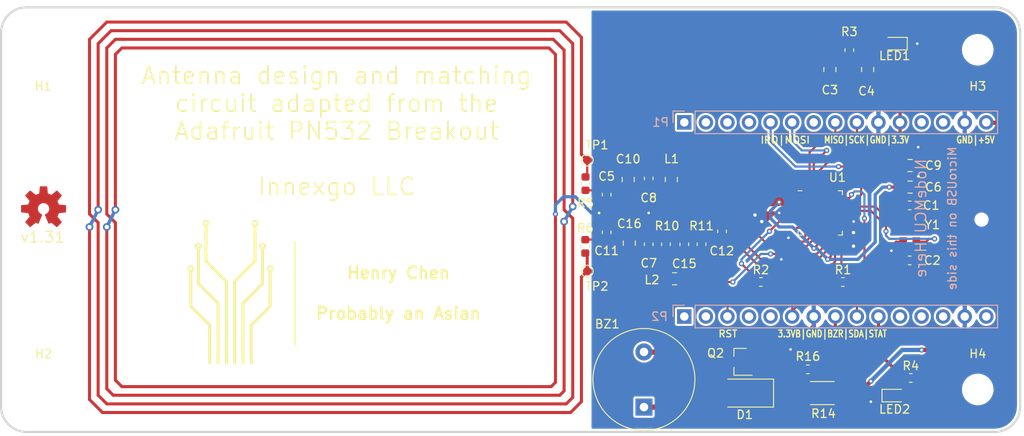
<source format=kicad_pcb>
(kicad_pcb (version 20171130) (host pcbnew "(5.1.5)-3")
  (layers (0 F.Cu signal) (31 B.Cu signal) (34 B.Paste user) (35 F.Paste user) (36 B.SilkS user) (37 F.SilkS user) (38 B.Mask user) (39 F.Mask user) (44 Edge.Cuts user))
  (net 0 "")
  (net 1 GND)
  (net 2 +5V)
  (net 3 "Net-(C1-Pad2)")
  (net 4 "Net-(C2-Pad2)")
  (net 5 +3V3)
  (net 6 "Net-(C10-Pad2)")
  (net 7 "Net-(C16-Pad2)")
  (net 8 "Net-(C10-Pad1)")
  (net 9 "Net-(C11-Pad1)")
  (net 10 "Net-(C12-Pad2)")
  (net 11 "Net-(C15-Pad2)")
  (net 12 "Net-(C15-Pad1)")
  (net 13 "Net-(L1-Pad2)")
  (net 14 "Net-(L2-Pad1)")
  (net 15 "Net-(LED1-Pad2)")
  (net 16 "Net-(LED2-Pad2)")
  (net 17 /SCK)
  (net 18 /MISO)
  (net 19 /MOSI)
  (net 20 /IRQ)
  (net 21 /GPIO-TH)
  (net 22 /STATUS)
  (net 23 /SDA)
  (net 24 +3.3VA)
  (net 25 /RST)
  (net 26 "Net-(Q2-Pad1)")
  (net 27 "Net-(BZ1-Pad2)")
  (net 28 "Net-(BZ1-Pad1)")
  (net 29 "Net-(P1-Pad13)")
  (net 30 "Net-(P1-Pad12)")
  (net 31 "Net-(P1-Pad7)")
  (net 32 "Net-(P1-Pad4)")
  (net 33 "Net-(P1-Pad3)")
  (net 34 "Net-(P1-Pad2)")
  (net 35 "Net-(P1-Pad1)")
  (net 36 "Net-(P2-Pad15)")
  (net 37 "Net-(P2-Pad13)")
  (net 38 "Net-(P2-Pad12)")
  (net 39 "Net-(P2-Pad11)")
  (net 40 "Net-(P2-Pad5)")
  (net 41 "Net-(P2-Pad4)")
  (net 42 "Net-(P2-Pad2)")
  (net 43 "Net-(P2-Pad1)")
  (net 44 "Net-(U1-Pad1)")
  (net 45 "Net-(U1-Pad7)")
  (net 46 "Net-(U1-Pad8)")
  (net 47 "Net-(U1-Pad9)")
  (net 48 "Net-(U1-Pad19)")
  (net 49 "Net-(U1-Pad20)")
  (net 50 "Net-(U1-Pad25)")
  (net 51 "Net-(U1-Pad26)")
  (net 52 "Net-(U1-Pad27)")
  (net 53 "Net-(U1-Pad28)")
  (module Oscillator:Oscillator_SMD_EuroQuartz_XO32-4Pin_3.2x2.5mm (layer F.Cu) (at 142.875 84.201 90)
    (fp_text reference Y1 (at 0.889 2.667 180) (layer F.SilkS))
    (fp_text value "27.12 MHz")
    (pad 4 smd rect (at -1.075 -0.775 90) (size 1 0.9) (layers F.Cu F.Paste F.Mask) (net 1 GND))
    (pad 3 smd rect (at 1.075 -0.775 90) (size 1 0.9) (layers F.Cu F.Paste F.Mask) (net 3 "Net-(C1-Pad2)"))
    (pad 2 smd rect (at 1.075 0.775 90) (size 1 0.9) (layers F.Cu F.Paste F.Mask) (net 1 GND))
    (pad 1 smd rect (at -1.075 0.775 90) (size 1 0.9) (layers F.Cu F.Paste F.Mask) (net 4 "Net-(C2-Pad2)"))
  )
  (module Buzzer_Beeper:Buzzer_12x9.5RM6.5 (layer F.Cu) (at 111.5822 101.5238 90)
    (fp_text reference BZ1 (at 6.5266 -4.318 180) (layer F.SilkS))
    (fp_text value Buzzer)
    (pad 2 thru_hole circle (at 3.25 0 90) (size 2 2) (drill 1) (layers *.Cu *.Mask) (net 27 "Net-(BZ1-Pad2)"))
    (pad 1 thru_hole rect (at -3.25 0 90) (size 2 2) (drill 1) (layers *.Cu *.Mask) (net 28 "Net-(BZ1-Pad1)"))
  )
  (module Connector_PinHeader_2.54mm:PinHeader_1x15_P2.54mm_Vertical (layer B.Cu) (at 116.332 94.107 270)
    (fp_text reference P2 (at 0 2.921 180) (layer B.SilkS) (effects (justify mirror)))
    (fp_text value "ESP32 NODEMCU DEVKIT1 RIGHT HEADER-MALE-2.54")
    (pad 15 thru_hole oval (at 0 -35.56 270) (size 1.7 1.7) (drill 1) (layers *.Cu *.Mask) (net 36 "Net-(P2-Pad15)"))
    (pad 14 thru_hole oval (at 0 -33.02 270) (size 1.7 1.7) (drill 1) (layers *.Cu *.Mask) (net 1 GND))
    (pad 13 thru_hole oval (at 0 -30.48 270) (size 1.7 1.7) (drill 1) (layers *.Cu *.Mask) (net 37 "Net-(P2-Pad13)"))
    (pad 12 thru_hole oval (at 0 -27.94 270) (size 1.7 1.7) (drill 1) (layers *.Cu *.Mask) (net 38 "Net-(P2-Pad12)"))
    (pad 11 thru_hole oval (at 0 -25.4 270) (size 1.7 1.7) (drill 1) (layers *.Cu *.Mask) (net 39 "Net-(P2-Pad11)"))
    (pad 10 thru_hole oval (at 0 -22.86 270) (size 1.7 1.7) (drill 1) (layers *.Cu *.Mask) (net 22 /STATUS))
    (pad 9 thru_hole oval (at 0 -20.32 270) (size 1.7 1.7) (drill 1) (layers *.Cu *.Mask) (net 23 /SDA))
    (pad 8 thru_hole oval (at 0 -17.78 270) (size 1.7 1.7) (drill 1) (layers *.Cu *.Mask) (net 21 /GPIO-TH))
    (pad 7 thru_hole oval (at 0 -15.24 270) (size 1.7 1.7) (drill 1) (layers *.Cu *.Mask) (net 1 GND))
    (pad 6 thru_hole oval (at 0 -12.7 270) (size 1.7 1.7) (drill 1) (layers *.Cu *.Mask) (net 24 +3.3VA))
    (pad 5 thru_hole oval (at 0 -10.16 270) (size 1.7 1.7) (drill 1) (layers *.Cu *.Mask) (net 40 "Net-(P2-Pad5)"))
    (pad 4 thru_hole oval (at 0 -7.62 270) (size 1.7 1.7) (drill 1) (layers *.Cu *.Mask) (net 41 "Net-(P2-Pad4)"))
    (pad 3 thru_hole oval (at 0 -5.08 270) (size 1.7 1.7) (drill 1) (layers *.Cu *.Mask) (net 25 /RST))
    (pad 2 thru_hole oval (at 0 -2.54 270) (size 1.7 1.7) (drill 1) (layers *.Cu *.Mask) (net 42 "Net-(P2-Pad2)"))
    (pad 1 thru_hole rect (at 0 0 270) (size 1.7 1.7) (drill 1) (layers *.Cu *.Mask) (net 43 "Net-(P2-Pad1)"))
  )
  (module Connector_PinHeader_2.54mm:PinHeader_1x15_P2.54mm_Vertical (layer B.Cu) (at 116.332 71.247 270)
    (fp_text reference P1 (at 0 2.794 180) (layer B.SilkS) (effects (justify mirror)))
    (fp_text value "ESP32 NODEMCU DEVKIT1 LEFT HEADER-MALE-2.54")
    (pad 15 thru_hole oval (at 0 -35.56 270) (size 1.7 1.7) (drill 1) (layers *.Cu *.Mask) (net 2 +5V))
    (pad 14 thru_hole oval (at 0 -33.02 270) (size 1.7 1.7) (drill 1) (layers *.Cu *.Mask) (net 1 GND))
    (pad 13 thru_hole oval (at 0 -30.48 270) (size 1.7 1.7) (drill 1) (layers *.Cu *.Mask) (net 29 "Net-(P1-Pad13)"))
    (pad 12 thru_hole oval (at 0 -27.94 270) (size 1.7 1.7) (drill 1) (layers *.Cu *.Mask) (net 30 "Net-(P1-Pad12)"))
    (pad 11 thru_hole oval (at 0 -25.4 270) (size 1.7 1.7) (drill 1) (layers *.Cu *.Mask) (net 5 +3V3))
    (pad 10 thru_hole oval (at 0 -22.86 270) (size 1.7 1.7) (drill 1) (layers *.Cu *.Mask) (net 1 GND))
    (pad 9 thru_hole oval (at 0 -20.32 270) (size 1.7 1.7) (drill 1) (layers *.Cu *.Mask) (net 17 /SCK))
    (pad 8 thru_hole oval (at 0 -17.78 270) (size 1.7 1.7) (drill 1) (layers *.Cu *.Mask) (net 18 /MISO))
    (pad 7 thru_hole oval (at 0 -15.24 270) (size 1.7 1.7) (drill 1) (layers *.Cu *.Mask) (net 31 "Net-(P1-Pad7)"))
    (pad 6 thru_hole oval (at 0 -12.7 270) (size 1.7 1.7) (drill 1) (layers *.Cu *.Mask) (net 19 /MOSI))
    (pad 5 thru_hole oval (at 0 -10.16 270) (size 1.7 1.7) (drill 1) (layers *.Cu *.Mask) (net 20 /IRQ))
    (pad 4 thru_hole oval (at 0 -7.62 270) (size 1.7 1.7) (drill 1) (layers *.Cu *.Mask) (net 32 "Net-(P1-Pad4)"))
    (pad 3 thru_hole oval (at 0 -5.08 270) (size 1.7 1.7) (drill 1) (layers *.Cu *.Mask) (net 33 "Net-(P1-Pad3)"))
    (pad 2 thru_hole oval (at 0 -2.54 270) (size 1.7 1.7) (drill 1) (layers *.Cu *.Mask) (net 34 "Net-(P1-Pad2)"))
    (pad 1 thru_hole rect (at 0 0 270) (size 1.7 1.7) (drill 1) (layers *.Cu *.Mask) (net 35 "Net-(P1-Pad1)"))
  )
  (module Custom:TOOLING_HOLE_JLCPCB_SMT (layer F.Cu) (at 40.885 92.696)
    (fp_text reference H6 hide)
    (fp_text value ToolingHole hide)
    (pad "" np_thru_hole circle (at 0 0) (size 1.152 1.152) (drill 1.152) (layers *.Cu *.Mask))
  )
  (module Custom:TOOLING_HOLE_JLCPCB_SMT (layer F.Cu) (at 40.885 72.696)
    (fp_text reference H5 hide)
    (fp_text value ToolingHole hide)
    (pad "" np_thru_hole circle (at 0 0) (size 1.152 1.152) (drill 1.152) (layers *.Cu *.Mask))
  )
  (module Custom:TOOLING_HOLE_JLCPCB_SMT (layer F.Cu) (at 151.3332 82.696)
    (fp_text reference H7 hide)
    (fp_text value ToolingHole hide)
    (pad "" np_thru_hole circle (at 0 0) (size 1.152 1.152) (drill 1.152) (layers *.Cu *.Mask))
  )
  (module Custom:OSHWLOGO_TOP_0.2 (layer F.Cu) (at 40.885 81.426)
    (fp_text reference LG1 hide)
    (fp_text value Logo_Open_Hardware_Small hide)
    (fp_line (start 0.304 0.733) (end 0.668 1.613) (layer F.Cu) (width 0.254))
    (fp_arc (start 0 0) (end -0.794 0) (angle 247.499) (layer F.Cu) (width 0.254))
    (fp_arc (start 0 0) (end -0.304 0.733) (angle 67.496) (layer F.Cu) (width 0.254))
    (fp_line (start -0.668 1.613) (end -0.304 0.733) (layer F.Cu) (width 0.254))
    (fp_arc (start 0.001 0) (end -0.668 1.613) (angle 9.501) (layer F.Cu) (width 0.254))
    (fp_line (start -1.564 2.002) (end -0.925 1.481) (layer F.Cu) (width 0.254))
    (fp_line (start -2.002 1.564) (end -1.564 2.002) (layer F.Cu) (width 0.254))
    (fp_line (start -1.481 0.925) (end -2.002 1.564) (layer F.Cu) (width 0.254))
    (fp_arc (start 0 0) (end -1.481 0.925) (angle 19.004) (layer F.Cu) (width 0.254))
    (fp_line (start -2.521 0.31) (end -1.702 0.393) (layer F.Cu) (width 0.254))
    (fp_line (start -2.521 -0.31) (end -2.521 0.31) (layer F.Cu) (width 0.254))
    (fp_line (start -1.702 -0.393) (end -2.521 -0.31) (layer F.Cu) (width 0.254))
    (fp_arc (start 0 0) (end -1.702 -0.393) (angle 19.004) (layer F.Cu) (width 0.254))
    (fp_line (start -2.002 -1.564) (end -1.481 -0.925) (layer F.Cu) (width 0.254))
    (fp_line (start -1.564 -2.002) (end -2.002 -1.564) (layer F.Cu) (width 0.254))
    (fp_line (start -0.925 -1.481) (end -1.564 -2.002) (layer F.Cu) (width 0.254))
    (fp_arc (start 0 0) (end -0.925 -1.481) (angle 19.004) (layer F.Cu) (width 0.254))
    (fp_line (start -0.31 -2.521) (end -0.393 -1.702) (layer F.Cu) (width 0.254))
    (fp_line (start 0.31 -2.521) (end -0.31 -2.521) (layer F.Cu) (width 0.254))
    (fp_line (start 0.393 -1.702) (end 0.31 -2.521) (layer F.Cu) (width 0.254))
    (fp_arc (start 0 0) (end 0.393 -1.702) (angle 19.004) (layer F.Cu) (width 0.254))
    (fp_line (start 1.564 -2.002) (end 0.925 -1.481) (layer F.Cu) (width 0.254))
    (fp_line (start 2.002 -1.564) (end 1.564 -2.002) (layer F.Cu) (width 0.254))
    (fp_line (start 1.481 -0.925) (end 2.002 -1.564) (layer F.Cu) (width 0.254))
    (fp_arc (start 0 0) (end 1.481 -0.925) (angle 19.004) (layer F.Cu) (width 0.254))
    (fp_line (start 2.521 -0.31) (end 1.702 -0.393) (layer F.Cu) (width 0.254))
    (fp_line (start 2.521 0.31) (end 2.521 -0.31) (layer F.Cu) (width 0.254))
    (fp_line (start 1.702 0.393) (end 2.521 0.31) (layer F.Cu) (width 0.254))
    (fp_arc (start 0 0) (end 1.702 0.393) (angle 19.004) (layer F.Cu) (width 0.254))
    (fp_line (start 2.002 1.564) (end 1.481 0.925) (layer F.Cu) (width 0.254))
    (fp_line (start 1.564 2.002) (end 2.002 1.564) (layer F.Cu) (width 0.254))
    (fp_line (start 0.925 1.481) (end 1.564 2.002) (layer F.Cu) (width 0.254))
    (fp_arc (start -0.001 0) (end 0.925 1.481) (angle 9.501) (layer F.Cu) (width 0.254))
    (fp_poly (pts (xy 0.668 1.613) (xy 0.8 1.552) (xy 0.925 1.481) (xy 1.564 2.002) (xy 2.002 1.564) (xy 1.481 0.925) (xy 1.574 0.756) (xy 1.648 0.578) (xy 1.702 0.393) (xy 2.521 0.31) (xy 2.521 -0.31) (xy 1.702 -0.393) (xy 1.648 -0.578) (xy 1.574 -0.756) (xy 1.481 -0.925) (xy 2.002 -1.564) (xy 1.564 -2.002) (xy 0.925 -1.481) (xy 0.756 -1.574) (xy 0.578 -1.648) (xy 0.393 -1.702) (xy 0.31 -2.521) (xy -0.31 -2.521) (xy -0.393 -1.702) (xy -0.578 -1.648) (xy -0.756 -1.574) (xy -0.925 -1.481) (xy -1.564 -2.002) (xy -2.002 -1.564) (xy -1.481 -0.925) (xy -1.574 -0.756) (xy -1.648 -0.578) (xy -1.702 -0.393) (xy -2.521 -0.31) (xy -2.521 0.31) (xy -1.702 0.393) (xy -1.648 0.578) (xy -1.574 0.756) (xy -1.481 0.925) (xy -2.002 1.564) (xy -1.564 2.002) (xy -0.925 1.481) (xy -0.8 1.552) (xy -0.668 1.613) (xy -0.304 0.733) (xy -0.388 0.693) (xy -0.467 0.642) (xy -0.539 0.583) (xy -0.604 0.516) (xy -0.66 0.441) (xy -0.707 0.36) (xy -0.745 0.275) (xy -0.772 0.185) (xy -0.788 0.093) (xy -0.794 0) (xy -0.788 -0.098) (xy -0.77 -0.194) (xy -0.74 -0.287) (xy -0.699 -0.376) (xy -0.647 -0.459) (xy -0.586 -0.535) (xy -0.516 -0.604) (xy -0.437 -0.662) (xy -0.352 -0.711) (xy -0.262 -0.749) (xy -0.168 -0.776) (xy -0.071 -0.79) (xy 0.027 -0.793) (xy 0.124 -0.784) (xy 0.22 -0.763) (xy 0.312 -0.73) (xy 0.399 -0.686) (xy 0.481 -0.631) (xy 0.555 -0.567) (xy 0.621 -0.495) (xy 0.677 -0.415) (xy 0.723 -0.328) (xy 0.758 -0.237) (xy 0.781 -0.142) (xy 0.792 -0.044) (xy 0.792 0.053) (xy 0.779 0.151) (xy 0.755 0.245) (xy 0.719 0.336) (xy 0.672 0.422) (xy 0.615 0.502) (xy 0.549 0.574) (xy 0.474 0.637) (xy 0.392 0.69) (xy 0.304 0.733)) (layer F.Cu) (width 0))
  )
  (module MountingHole:MountingHole_3.2mm_M3 (layer F.Cu) (at 40.885 102.696)
    (fp_text reference H2 (at 0 -4.2) (layer F.SilkS))
    (fp_text value MountingHole)
    (pad 1 np_thru_hole circle (at 0 0) (size 3.2 3.2) (drill 3.2) (layers *.Cu *.Mask))
  )
  (module MountingHole:MountingHole_3.2mm_M3 (layer F.Cu) (at 150.885 102.696)
    (fp_text reference H4 (at 0 -4.2) (layer F.SilkS))
    (fp_text value MountingHole)
    (pad 1 np_thru_hole circle (at 0 0) (size 3.2 3.2) (drill 3.2) (layers *.Cu *.Mask))
  )
  (module MountingHole:MountingHole_3.2mm_M3 (layer F.Cu) (at 150.885 62.696)
    (fp_text reference H3 (at 0 4.2965) (layer F.SilkS))
    (fp_text value MountingHole)
    (pad "" np_thru_hole circle (at 0 0) (size 3.2 3.2) (drill 3.2) (layers *.Cu *.Mask))
  )
  (module MountingHole:MountingHole_3.2mm_M3 (layer F.Cu) (at 40.885 62.696)
    (fp_text reference H1 (at -0.0418 4.2965) (layer F.SilkS))
    (fp_text value MountingHole)
    (pad 1 np_thru_hole circle (at 0 0) (size 3.2 3.2) (drill 3.2) (layers *.Cu *.Mask))
  )
  (module Capacitor_SMD:C_0805_2012Metric (layer F.Cu) (at 109.855 85.471 270)
    (fp_text reference C16 (at -2.297365 -0.00236 180) (layer F.SilkS))
    (fp_text value 22pF)
    (pad 2 smd roundrect (at 0.9375 0 270) (size 0.975 1.4) (layers F.Cu F.Paste F.Mask) (net 7 "Net-(C16-Pad2)"))
    (pad 1 smd roundrect (at -0.9375 0 270) (size 0.975 1.4) (layers F.Cu F.Paste F.Mask) (net 9 "Net-(C11-Pad1)"))
  )
  (module Resistor_SMD:R_0603_1608Metric (layer F.Cu) (at 135.001 90.043 180)
    (fp_text reference R1 (at -0.0254 1.4224) (layer F.SilkS))
    (fp_text value 1.0K)
    (pad 2 smd roundrect (at 0.7875 0 180) (size 0.875 0.95) (layers F.Cu F.Paste F.Mask) (net 24 +3.3VA))
    (pad 1 smd roundrect (at -0.7875 0 180) (size 0.875 0.95) (layers F.Cu F.Paste F.Mask) (net 23 /SDA))
  )
  (module TestPoint:TestPoint_Pad_D1.0mm (layer F.Cu) (at 104.902 75.692)
    (fp_text reference TP1 (at 1.143 -1.778) (layer F.SilkS))
    (fp_text value TestPoint_Probe)
    (pad 1 smd circle (at 0 0) (size 1 1) (layers F.Cu F.Mask) (net 1 GND))
  )
  (module TestPoint:TestPoint_Pad_D1.0mm (layer F.Cu) (at 104.902 88.773)
    (fp_text reference TP2 (at 1.143 1.778) (layer F.SilkS))
    (fp_text value TestPoint_Probe)
    (pad 1 smd circle (at 0 0) (size 1 1) (layers F.Cu F.Mask) (net 1 GND))
  )
  (module Package_DFN_QFN:QFN-32-1EP_5x5mm_P0.5mm_EP3.1x3.1mm (layer F.Cu) (at 132.334 81.915)
    (fp_text reference U1 (at 2.032 -4.191) (layer F.SilkS))
    (fp_text value MFRC522)
    (pad 33 smd roundrect (at 0 0) (size 3.1 3.1) (layers F.Cu F.Mask) (roundrect_rratio 0.08064499999999999))
    (pad 1 smd roundrect (at -2.4375 -1.75) (size 0.875 0.25) (layers F.Cu F.Paste F.Mask) (net 44 "Net-(U1-Pad1)"))
    (pad 2 smd roundrect (at -2.4375 -1.25) (size 0.875 0.25) (layers F.Cu F.Paste F.Mask) (net 5 +3V3))
    (pad 3 smd roundrect (at -2.4375 -0.75) (size 0.875 0.25) (layers F.Cu F.Paste F.Mask) (net 5 +3V3))
    (pad 4 smd roundrect (at -2.4375 -0.25) (size 0.875 0.25) (layers F.Cu F.Paste F.Mask) (net 1 GND))
    (pad 5 smd roundrect (at -2.4375 0.25) (size 0.875 0.25) (layers F.Cu F.Paste F.Mask) (net 1 GND))
    (pad 6 smd roundrect (at -2.4375 0.75) (size 0.875 0.25) (layers F.Cu F.Paste F.Mask) (net 25 /RST))
    (pad 7 smd roundrect (at -2.4375 1.25) (size 0.875 0.25) (layers F.Cu F.Paste F.Mask) (net 45 "Net-(U1-Pad7)"))
    (pad 8 smd roundrect (at -2.4375 1.75) (size 0.875 0.25) (layers F.Cu F.Paste F.Mask) (net 46 "Net-(U1-Pad8)"))
    (pad 9 smd roundrect (at -1.75 2.4375) (size 0.25 0.875) (layers F.Cu F.Paste F.Mask) (net 47 "Net-(U1-Pad9)"))
    (pad 10 smd roundrect (at -1.25 2.4375) (size 0.25 0.875) (layers F.Cu F.Paste F.Mask) (net 1 GND))
    (pad 11 smd roundrect (at -0.75 2.4375) (size 0.25 0.875) (layers F.Cu F.Paste F.Mask) (net 13 "Net-(L1-Pad2)"))
    (pad 12 smd roundrect (at -0.25 2.4375) (size 0.25 0.875) (layers F.Cu F.Paste F.Mask) (net 5 +3V3))
    (pad 13 smd roundrect (at 0.25 2.4375) (size 0.25 0.875) (layers F.Cu F.Paste F.Mask) (net 14 "Net-(L2-Pad1)"))
    (pad 14 smd roundrect (at 0.75 2.4375) (size 0.25 0.875) (layers F.Cu F.Paste F.Mask) (net 1 GND))
    (pad 15 smd roundrect (at 1.25 2.4375) (size 0.25 0.875) (layers F.Cu F.Paste F.Mask) (net 5 +3V3))
    (pad 16 smd roundrect (at 1.75 2.4375) (size 0.25 0.875) (layers F.Cu F.Paste F.Mask) (net 10 "Net-(C12-Pad2)"))
    (pad 17 smd roundrect (at 2.4375 1.75) (size 0.875 0.25) (layers F.Cu F.Paste F.Mask) (net 12 "Net-(C15-Pad1)"))
    (pad 18 smd roundrect (at 2.4375 1.25) (size 0.875 0.25) (layers F.Cu F.Paste F.Mask) (net 1 GND))
    (pad 19 smd roundrect (at 2.4375 0.75) (size 0.875 0.25) (layers F.Cu F.Paste F.Mask) (net 48 "Net-(U1-Pad19)"))
    (pad 20 smd roundrect (at 2.4375 0.25) (size 0.875 0.25) (layers F.Cu F.Paste F.Mask) (net 49 "Net-(U1-Pad20)"))
    (pad 21 smd roundrect (at 2.4375 -0.25) (size 0.875 0.25) (layers F.Cu F.Paste F.Mask) (net 4 "Net-(C2-Pad2)"))
    (pad 22 smd roundrect (at 2.4375 -0.75) (size 0.875 0.25) (layers F.Cu F.Paste F.Mask) (net 3 "Net-(C1-Pad2)"))
    (pad 23 smd roundrect (at 2.4375 -1.25) (size 0.875 0.25) (layers F.Cu F.Paste F.Mask) (net 20 /IRQ))
    (pad 24 smd roundrect (at 2.4375 -1.75) (size 0.875 0.25) (layers F.Cu F.Paste F.Mask) (net 23 /SDA))
    (pad 25 smd roundrect (at 1.75 -2.4375) (size 0.25 0.875) (layers F.Cu F.Paste F.Mask) (net 50 "Net-(U1-Pad25)"))
    (pad 26 smd roundrect (at 1.25 -2.4375) (size 0.25 0.875) (layers F.Cu F.Paste F.Mask) (net 51 "Net-(U1-Pad26)"))
    (pad 27 smd roundrect (at 0.75 -2.4375) (size 0.25 0.875) (layers F.Cu F.Paste F.Mask) (net 52 "Net-(U1-Pad27)"))
    (pad 28 smd roundrect (at 0.25 -2.4375) (size 0.25 0.875) (layers F.Cu F.Paste F.Mask) (net 53 "Net-(U1-Pad28)"))
    (pad 29 smd roundrect (at -0.25 -2.4375) (size 0.25 0.875) (layers F.Cu F.Paste F.Mask) (net 17 /SCK))
    (pad 30 smd roundrect (at -0.75 -2.4375) (size 0.25 0.875) (layers F.Cu F.Paste F.Mask) (net 19 /MOSI))
    (pad 31 smd roundrect (at -1.25 -2.4375) (size 0.25 0.875) (layers F.Cu F.Paste F.Mask) (net 18 /MISO))
    (pad 32 smd roundrect (at -1.75 -2.4375) (size 0.25 0.875) (layers F.Cu F.Paste F.Mask) (net 5 +3V3))
  )
  (module Resistor_SMD:R_0603_1608Metric (layer F.Cu) (at 130.8862 100.33 180)
    (fp_text reference R16 (at 0 1.524) (layer F.SilkS) (effects (font (thickness 0.153))))
    (fp_text value 240)
    (pad 2 smd roundrect (at 0.7875 0 180) (size 0.875 0.95) (layers F.Cu F.Paste F.Mask) (net 26 "Net-(Q2-Pad1)"))
    (pad 1 smd roundrect (at -0.7875 0 180) (size 0.875 0.95) (layers F.Cu F.Paste F.Mask) (net 21 /GPIO-TH))
  )
  (module Resistor_SMD:R_2010_5025Metric (layer F.Cu) (at 132.588 103.124 180)
    (fp_text reference R14 (at -0.127 -2.413) (layer F.SilkS))
    (fp_text value 39)
    (pad 2 smd roundrect (at 2.25 0 180) (size 1.35 2.65) (layers F.Cu F.Paste F.Mask) (roundrect_rratio 0.185185) (net 28 "Net-(BZ1-Pad1)"))
    (pad 1 smd roundrect (at -2.25 0 180) (size 1.35 2.65) (layers F.Cu F.Paste F.Mask) (roundrect_rratio 0.185185) (net 2 +5V))
  )
  (module Resistor_SMD:R_0603_1608Metric (layer F.Cu) (at 118.364 85.598 90)
    (fp_text reference R11 (at 2.159 0 180) (layer F.SilkS))
    (fp_text value 1.0K)
    (pad 2 smd roundrect (at 0.7875 0 90) (size 0.875 0.95) (layers F.Cu F.Paste F.Mask) (net 10 "Net-(C12-Pad2)"))
    (pad 1 smd roundrect (at -0.7875 0 90) (size 0.875 0.95) (layers F.Cu F.Paste F.Mask) (net 12 "Net-(C15-Pad1)"))
  )
  (module Resistor_SMD:R_0603_1608Metric (layer F.Cu) (at 114.173 85.598 270)
    (fp_text reference R10 (at -2.159 -0.127 180) (layer F.SilkS))
    (fp_text value 1.69K)
    (pad 2 smd roundrect (at 0.7875 0 270) (size 0.875 0.95) (layers F.Cu F.Paste F.Mask) (net 7 "Net-(C16-Pad2)"))
    (pad 1 smd roundrect (at -0.7875 0 270) (size 0.875 0.95) (layers F.Cu F.Paste F.Mask) (net 11 "Net-(C15-Pad2)"))
  )
  (module Resistor_SMD:R_0603_1608Metric (layer F.Cu) (at 104.6734 85.852 270)
    (fp_text reference R6 (at -2.159 0 180) (layer F.SilkS))
    (fp_text value 1.5)
    (pad 2 smd roundrect (at 0.7875 0 270) (size 0.875 0.95) (layers F.Cu F.Paste F.Mask) (net 1 GND))
    (pad 1 smd roundrect (at -0.7875 0 270) (size 0.875 0.95) (layers F.Cu F.Paste F.Mask) (net 9 "Net-(C11-Pad1)"))
  )
  (module Resistor_SMD:R_0603_1608Metric (layer F.Cu) (at 104.6988 78.4606 270)
    (fp_text reference R5 (at 2.286 0 180) (layer F.SilkS))
    (fp_text value 1.5)
    (pad 2 smd roundrect (at 0.7875 0 270) (size 0.875 0.95) (layers F.Cu F.Paste F.Mask) (net 6 "Net-(C10-Pad2)"))
    (pad 1 smd roundrect (at -0.7875 0 270) (size 0.875 0.95) (layers F.Cu F.Paste F.Mask) (net 1 GND))
  )
  (module Resistor_SMD:R_0603_1608Metric (layer F.Cu) (at 143.002 101.346)
    (fp_text reference R4 (at 0 -1.43) (layer F.SilkS))
    (fp_text value 24)
    (pad 2 smd roundrect (at 0.7875 0) (size 0.875 0.95) (layers F.Cu F.Paste F.Mask) (net 16 "Net-(LED2-Pad2)"))
    (pad 1 smd roundrect (at -0.7875 0) (size 0.875 0.95) (layers F.Cu F.Paste F.Mask) (net 22 /STATUS))
  )
  (module Resistor_SMD:R_0603_1608Metric (layer F.Cu) (at 135.763 62.738 90)
    (fp_text reference R3 (at 2.159 0 180) (layer F.SilkS))
    (fp_text value 15)
    (pad 2 smd roundrect (at 0.7875 0 90) (size 0.875 0.95) (layers F.Cu F.Paste F.Mask) (net 15 "Net-(LED1-Pad2)"))
    (pad 1 smd roundrect (at -0.7875 0 90) (size 0.875 0.95) (layers F.Cu F.Paste F.Mask) (net 5 +3V3))
  )
  (module Resistor_SMD:R_0603_1608Metric (layer F.Cu) (at 125.349 90.043)
    (fp_text reference R2 (at 0 -1.43) (layer F.SilkS))
    (fp_text value 1.0K)
    (pad 2 smd roundrect (at 0.7875 0) (size 0.875 0.95) (layers F.Cu F.Paste F.Mask) (net 24 +3.3VA))
    (pad 1 smd roundrect (at -0.7875 0) (size 0.875 0.95) (layers F.Cu F.Paste F.Mask) (net 25 /RST))
  )
  (module Package_TO_SOT_SMD:SOT-23 (layer F.Cu) (at 122.936 99.441 180)
    (fp_text reference Q2 (at 2.921 1.016) (layer F.SilkS))
    (fp_text value Q_NPN_BEC)
    (pad 3 smd rect (at 1 0 180) (size 0.9 0.8) (layers F.Cu F.Paste F.Mask) (net 27 "Net-(BZ1-Pad2)"))
    (pad 2 smd rect (at -1 0.95 180) (size 0.9 0.8) (layers F.Cu F.Paste F.Mask) (net 1 GND))
    (pad 1 smd rect (at -1 -0.95 180) (size 0.9 0.8) (layers F.Cu F.Paste F.Mask) (net 26 "Net-(Q2-Pad1)"))
  )
  (module LED_SMD:LED_0603_1608Metric (layer F.Cu) (at 141.097 103.416)
    (fp_text reference LED2 (at 0 1.613) (layer F.SilkS))
    (fp_text value LED)
    (pad 2 smd roundrect (at 0.7875 0) (size 0.875 0.95) (layers F.Cu F.Paste F.Mask) (net 16 "Net-(LED2-Pad2)"))
    (pad 1 smd roundrect (at -0.7875 0) (size 0.875 0.95) (layers F.Cu F.Paste F.Mask) (net 1 GND))
  )
  (module LED_SMD:LED_0603_1608Metric (layer F.Cu) (at 141.097 61.976 180)
    (fp_text reference LED1 (at 0 -1.43) (layer F.SilkS))
    (fp_text value LED)
    (pad 2 smd roundrect (at 0.7875 0 180) (size 0.875 0.95) (layers F.Cu F.Paste F.Mask) (net 15 "Net-(LED1-Pad2)"))
    (pad 1 smd roundrect (at -0.7875 0 180) (size 0.875 0.95) (layers F.Cu F.Paste F.Mask) (net 1 GND))
  )
  (module Inductor_SMD:L_0805_2012Metric (layer F.Cu) (at 115.189 89.662 180)
    (fp_text reference L2 (at 2.667 -0.127) (layer F.SilkS))
    (fp_text value 560nH)
    (pad 2 smd roundrect (at 0.9375 0 180) (size 0.975 1.4) (layers F.Cu F.Paste F.Mask) (net 7 "Net-(C16-Pad2)"))
    (pad 1 smd roundrect (at -0.9375 0 180) (size 0.975 1.4) (layers F.Cu F.Paste F.Mask) (net 14 "Net-(L2-Pad1)"))
  )
  (module Inductor_SMD:L_0805_2012Metric (layer F.Cu) (at 114.808 77.978 270)
    (fp_text reference L1 (at -2.4384 -0.0254 180) (layer F.SilkS))
    (fp_text value 560nH)
    (pad 2 smd roundrect (at 0.9375 0 270) (size 0.975 1.4) (layers F.Cu F.Paste F.Mask) (net 13 "Net-(L1-Pad2)"))
    (pad 1 smd roundrect (at -0.9375 0 270) (size 0.975 1.4) (layers F.Cu F.Paste F.Mask) (net 8 "Net-(C10-Pad1)"))
  )
  (module Diode_SMD:D_SMA (layer F.Cu) (at 123.444 103.124 180)
    (fp_text reference D1 (at 0 -2.54) (layer F.SilkS))
    (fp_text value D_Schottky)
    (pad 2 smd rect (at 2 0 180) (size 2.5 1.8) (layers F.Cu F.Paste F.Mask) (net 27 "Net-(BZ1-Pad2)"))
    (pad 1 smd rect (at -2 0 180) (size 2.5 1.8) (layers F.Cu F.Paste F.Mask) (net 28 "Net-(BZ1-Pad1)"))
  )
  (module Capacitor_SMD:C_0603_1608Metric (layer F.Cu) (at 116.332 85.598 90)
    (fp_text reference C15 (at -2.286 0 180) (layer F.SilkS))
    (fp_text value 1nF)
    (pad 2 smd roundrect (at 0.7875 0 90) (size 0.875 0.95) (layers F.Cu F.Paste F.Mask) (net 11 "Net-(C15-Pad2)"))
    (pad 1 smd roundrect (at -0.7875 0 90) (size 0.875 0.95) (layers F.Cu F.Paste F.Mask) (net 12 "Net-(C15-Pad1)"))
  )
  (module Capacitor_SMD:C_0603_1608Metric (layer F.Cu) (at 120.777 84.074 270)
    (fp_text reference C12 (at 2.3114 0.0254 180) (layer F.SilkS))
    (fp_text value 100nF)
    (pad 2 smd roundrect (at 0.7875 0 270) (size 0.875 0.95) (layers F.Cu F.Paste F.Mask) (net 10 "Net-(C12-Pad2)"))
    (pad 1 smd roundrect (at -0.7875 0 270) (size 0.875 0.95) (layers F.Cu F.Paste F.Mask) (net 1 GND))
  )
  (module Capacitor_SMD:C_0603_1608Metric (layer F.Cu) (at 107.188 84.201 90)
    (fp_text reference C11 (at -2.159 0 180) (layer F.SilkS))
    (fp_text value 100pF)
    (pad 2 smd roundrect (at 0.7875 0 90) (size 0.875 0.95) (layers F.Cu F.Paste F.Mask) (net 1 GND))
    (pad 1 smd roundrect (at -0.7875 0 90) (size 0.875 0.95) (layers F.Cu F.Paste F.Mask) (net 9 "Net-(C11-Pad1)"))
  )
  (module Capacitor_SMD:C_0805_2012Metric (layer F.Cu) (at 109.728 77.978 270)
    (fp_text reference C10 (at -2.413 0 180) (layer F.SilkS))
    (fp_text value 22pF)
    (pad 2 smd roundrect (at 0.9375 0 270) (size 0.975 1.4) (layers F.Cu F.Paste F.Mask) (net 6 "Net-(C10-Pad2)"))
    (pad 1 smd roundrect (at -0.9375 0 270) (size 0.975 1.4) (layers F.Cu F.Paste F.Mask) (net 8 "Net-(C10-Pad1)"))
  )
  (module Capacitor_SMD:C_0805_2012Metric (layer F.Cu) (at 142.926 76.327)
    (fp_text reference C9 (at 2.743 0) (layer F.SilkS))
    (fp_text value 1uF)
    (pad 2 smd roundrect (at 0.9375 0) (size 0.975 1.4) (layers F.Cu F.Paste F.Mask) (net 1 GND))
    (pad 1 smd roundrect (at -0.9375 0) (size 0.975 1.4) (layers F.Cu F.Paste F.Mask) (net 5 +3V3))
  )
  (module Capacitor_SMD:C_0603_1608Metric (layer F.Cu) (at 112.141 77.851 90)
    (fp_text reference C8 (at -2.286 0 180) (layer F.SilkS))
    (fp_text value 220pF)
    (pad 2 smd roundrect (at 0.7875 0 90) (size 0.875 0.95) (layers F.Cu F.Paste F.Mask) (net 8 "Net-(C10-Pad1)"))
    (pad 1 smd roundrect (at -0.7875 0 90) (size 0.875 0.95) (layers F.Cu F.Paste F.Mask) (net 1 GND))
  )
  (module Capacitor_SMD:C_0603_1608Metric (layer F.Cu) (at 112.141 85.598 90)
    (fp_text reference C7 (at -2.225635 0.01636 180) (layer F.SilkS))
    (fp_text value 220pF)
    (pad 2 smd roundrect (at 0.7875 0 90) (size 0.875 0.95) (layers F.Cu F.Paste F.Mask) (net 1 GND))
    (pad 1 smd roundrect (at -0.7875 0 90) (size 0.875 0.95) (layers F.Cu F.Paste F.Mask) (net 7 "Net-(C16-Pad2)"))
  )
  (module Capacitor_SMD:C_0805_2012Metric (layer F.Cu) (at 142.926 78.867)
    (fp_text reference C6 (at 2.743 0) (layer F.SilkS))
    (fp_text value 1uF)
    (pad 2 smd roundrect (at 0.9375 0) (size 0.975 1.4) (layers F.Cu F.Paste F.Mask) (net 1 GND))
    (pad 1 smd roundrect (at -0.9375 0) (size 0.975 1.4) (layers F.Cu F.Paste F.Mask) (net 5 +3V3))
  )
  (module Capacitor_SMD:C_0603_1608Metric (layer F.Cu) (at 107.188 79.756 90)
    (fp_text reference C5 (at 2.159 0 180) (layer F.SilkS))
    (fp_text value 100pF)
    (pad 2 smd roundrect (at 0.7875 0 90) (size 0.875 0.95) (layers F.Cu F.Paste F.Mask) (net 6 "Net-(C10-Pad2)"))
    (pad 1 smd roundrect (at -0.7875 0 90) (size 0.875 0.95) (layers F.Cu F.Paste F.Mask) (net 1 GND))
  )
  (module Capacitor_SMD:C_0805_2012Metric (layer F.Cu) (at 137.922 65.024 270)
    (fp_text reference C4 (at 2.54 0.127 180) (layer F.SilkS))
    (fp_text value C_Small)
    (pad 2 smd roundrect (at 0.9375 0 270) (size 0.975 1.4) (layers F.Cu F.Paste F.Mask) (net 1 GND))
    (pad 1 smd roundrect (at -0.9375 0 270) (size 0.975 1.4) (layers F.Cu F.Paste F.Mask) (net 5 +3V3))
  )
  (module Capacitor_SMD:C_0805_2012Metric (layer F.Cu) (at 133.477 65.024 270)
    (fp_text reference C3 (at 2.413 0 180) (layer F.SilkS))
    (fp_text value C_Small)
    (pad 2 smd roundrect (at 0.9375 0 270) (size 0.975 1.4) (layers F.Cu F.Paste F.Mask) (net 1 GND))
    (pad 1 smd roundrect (at -0.9375 0 270) (size 0.975 1.4) (layers F.Cu F.Paste F.Mask) (net 5 +3V3))
  )
  (module Capacitor_SMD:C_0603_1608Metric (layer F.Cu) (at 142.875 87.503)
    (fp_text reference C2 (at 2.667 0) (layer F.SilkS))
    (fp_text value 33pF)
    (pad 2 smd roundrect (at 0.7875 0) (size 0.875 0.95) (layers F.Cu F.Paste F.Mask) (net 4 "Net-(C2-Pad2)"))
    (pad 1 smd roundrect (at -0.7875 0) (size 0.875 0.95) (layers F.Cu F.Paste F.Mask) (net 1 GND))
  )
  (module Capacitor_SMD:C_0603_1608Metric (layer F.Cu) (at 142.875 81.026 180)
    (fp_text reference C1 (at -2.54 0) (layer F.SilkS))
    (fp_text value 33pF)
    (pad 2 smd roundrect (at 0.7875 0 180) (size 0.875 0.95) (layers F.Cu F.Paste F.Mask) (net 3 "Net-(C1-Pad2)"))
    (pad 1 smd roundrect (at -0.7875 0 180) (size 0.875 0.95) (layers F.Cu F.Paste F.Mask) (net 1 GND))
  )
  (gr_circle (center 67.56578 88.466295) (end 67.86078 88.466295) (layer F.SilkS) (width 0.24))
  (gr_circle (center 66.67678 85.799295) (end 66.97178 85.799295) (layer F.SilkS) (width 0.24))
  (gr_circle (center 65.78778 83.132295) (end 66.08278 83.132295) (layer F.SilkS) (width 0.24))
  (gr_circle (center 60.00928 83.132295) (end 60.30428 83.132295) (layer F.SilkS) (width 0.24))
  (gr_circle (center 59.12028 85.799295) (end 59.41528 85.799295) (layer F.SilkS) (width 0.24))
  (gr_circle (center 58.23128 88.466295) (end 58.52628 88.466295) (layer F.SilkS) (width 0.24))
  (gr_line (start 87.178896 88.875235) (end 87.178896 88.875235) (layer F.SilkS) (width 0.28))
  (gr_line (start 88.178131 88.675211) (end 88.178131 88.675211) (layer F.SilkS) (width 0.28))
  (gr_line (start 87.778082 88.808561) (end 87.844756 88.741886) (layer F.SilkS) (width 0.28))
  (gr_line (start 74.011919 93.035756) (end 74.011919 93.035756) (layer F.SilkS) (width 0.28))
  (gr_line (start 87.778082 88.675211) (end 87.778082 89.608661) (layer F.SilkS) (width 0.28))
  (gr_line (start 87.112221 88.741886) (end 87.178896 88.875235) (layer F.SilkS) (width 0.28))
  (gr_line (start 85.912071 88.875235) (end 85.845397 88.741886) (layer F.SilkS) (width 0.28))
  (gr_line (start 86.712172 88.675211) (end 86.712172 88.675211) (layer F.SilkS) (width 0.28))
  (gr_line (start 86.512146 88.875235) (end 86.512146 88.875235) (layer F.SilkS) (width 0.28))
  (gr_line (start 86.97887 89.608661) (end 86.712172 89.608661) (layer F.SilkS) (width 0.28))
  (gr_line (start 85.712045 88.675211) (end 85.712045 88.675211) (layer F.SilkS) (width 0.28))
  (gr_line (start 85.512022 88.675211) (end 85.37867 88.741886) (layer F.SilkS) (width 0.28))
  (gr_line (start 87.178896 89.008585) (end 86.512146 89.141936) (layer F.SilkS) (width 0.28))
  (gr_line (start 73.345168 92.969081) (end 73.345168 92.969081) (layer F.SilkS) (width 0.28))
  (gr_line (start 87.178896 88.875235) (end 87.178896 89.008585) (layer F.SilkS) (width 0.28))
  (gr_line (start 86.578821 89.541986) (end 86.578821 89.541986) (layer F.SilkS) (width 0.28))
  (gr_line (start 87.178896 89.008585) (end 87.178896 89.008585) (layer F.SilkS) (width 0.28))
  (gr_line (start 88.378157 88.875235) (end 88.378157 88.875235) (layer F.SilkS) (width 0.28))
  (gr_line (start 87.844756 88.741886) (end 87.978108 88.675211) (layer F.SilkS) (width 0.28))
  (gr_line (start 87.844756 88.741886) (end 87.844756 88.741886) (layer F.SilkS) (width 0.28))
  (gr_line (start 86.578821 89.541986) (end 86.512146 89.408635) (layer F.SilkS) (width 0.28))
  (gr_line (start 85.845397 88.741886) (end 85.845397 88.741886) (layer F.SilkS) (width 0.28))
  (gr_line (start 86.512146 88.875235) (end 86.578821 88.741886) (layer F.SilkS) (width 0.28))
  (gr_line (start 73.345168 94.368366) (end 73.345168 92.969081) (layer F.SilkS) (width 0.28))
  (gr_line (start 88.378157 88.875235) (end 88.378157 89.608661) (layer F.SilkS) (width 0.28))
  (gr_line (start 88.311482 88.741886) (end 88.378157 88.875235) (layer F.SilkS) (width 0.28))
  (gr_line (start 86.512146 89.408635) (end 86.512146 88.875235) (layer F.SilkS) (width 0.28))
  (gr_line (start 88.311482 88.741886) (end 88.311482 88.741886) (layer F.SilkS) (width 0.28))
  (gr_line (start 86.97887 88.675211) (end 86.97887 88.675211) (layer F.SilkS) (width 0.28))
  (gr_line (start 87.978108 88.675211) (end 87.978108 88.675211) (layer F.SilkS) (width 0.28))
  (gr_line (start 86.97887 88.675211) (end 87.112221 88.741886) (layer F.SilkS) (width 0.28))
  (gr_line (start 85.912071 88.875235) (end 85.912071 88.875235) (layer F.SilkS) (width 0.28))
  (gr_line (start 86.712172 89.608661) (end 86.712172 89.608661) (layer F.SilkS) (width 0.28))
  (gr_line (start 86.97887 89.608661) (end 86.97887 89.608661) (layer F.SilkS) (width 0.28))
  (gr_line (start 85.37867 88.741886) (end 85.311996 88.808561) (layer F.SilkS) (width 0.28))
  (gr_line (start 85.37867 88.741886) (end 85.37867 88.741886) (layer F.SilkS) (width 0.28))
  (gr_line (start 85.845397 88.741886) (end 85.712045 88.675211) (layer F.SilkS) (width 0.28))
  (gr_line (start 86.712172 88.675211) (end 86.97887 88.675211) (layer F.SilkS) (width 0.28))
  (gr_line (start 74.145268 93.23578) (end 74.145268 93.435806) (layer F.SilkS) (width 0.28))
  (gr_line (start 73.878569 92.969081) (end 73.878569 92.969081) (layer F.SilkS) (width 0.28))
  (gr_line (start 85.512022 88.675211) (end 85.512022 88.675211) (layer F.SilkS) (width 0.28))
  (gr_line (start 73.878569 92.969081) (end 74.011919 93.035756) (layer F.SilkS) (width 0.28))
  (gr_line (start 73.345168 92.969081) (end 73.878569 92.969081) (layer F.SilkS) (width 0.28))
  (gr_line (start 88.178131 88.675211) (end 88.311482 88.741886) (layer F.SilkS) (width 0.28))
  (gr_line (start 86.578821 88.741886) (end 86.712172 88.675211) (layer F.SilkS) (width 0.28))
  (gr_line (start 87.112221 89.541986) (end 86.97887 89.608661) (layer F.SilkS) (width 0.28))
  (gr_line (start 86.578821 88.741886) (end 86.578821 88.741886) (layer F.SilkS) (width 0.28))
  (gr_line (start 85.712045 88.675211) (end 85.512022 88.675211) (layer F.SilkS) (width 0.28))
  (gr_line (start 87.978108 88.675211) (end 88.178131 88.675211) (layer F.SilkS) (width 0.28))
  (gr_line (start 87.112221 88.741886) (end 87.112221 88.741886) (layer F.SilkS) (width 0.28))
  (gr_line (start 86.512146 89.408635) (end 86.512146 89.408635) (layer F.SilkS) (width 0.28))
  (gr_line (start 74.145268 93.23578) (end 74.145268 93.23578) (layer F.SilkS) (width 0.28))
  (gr_line (start 74.078593 93.102431) (end 74.145268 93.23578) (layer F.SilkS) (width 0.28))
  (gr_line (start 74.078593 93.102431) (end 74.078593 93.102431) (layer F.SilkS) (width 0.28))
  (gr_line (start 74.011919 93.035756) (end 74.078593 93.102431) (layer F.SilkS) (width 0.28))
  (gr_line (start 86.712172 89.608661) (end 86.578821 89.541986) (layer F.SilkS) (width 0.28))
  (gr_line (start 80.745202 94.301692) (end 80.678528 94.168342) (layer F.SilkS) (width 0.28))
  (gr_line (start 77.011404 94.368366) (end 76.878943 94.301692) (layer F.SilkS) (width 0.28))
  (gr_line (start 80.678528 94.168342) (end 80.678528 92.969081) (layer F.SilkS) (width 0.28))
  (gr_line (start 78.544929 93.435806) (end 78.544929 93.435806) (layer F.SilkS) (width 0.28))
  (gr_line (start 80.678528 94.168342) (end 80.678528 94.168342) (layer F.SilkS) (width 0.28))
  (gr_line (start 79.545053 94.368366) (end 79.411703 94.301692) (layer F.SilkS) (width 0.28))
  (gr_line (start 79.545053 94.368366) (end 79.545053 94.368366) (layer F.SilkS) (width 0.28))
  (gr_line (start 80.011778 94.235016) (end 80.011778 94.235016) (layer F.SilkS) (width 0.28))
  (gr_line (start 78.144878 94.301692) (end 78.144878 94.301692) (layer F.SilkS) (width 0.28))
  (gr_line (start 77.011404 94.368366) (end 77.011404 94.368366) (layer F.SilkS) (width 0.28))
  (gr_line (start 79.811754 94.368366) (end 79.811754 94.368366) (layer F.SilkS) (width 0.28))
  (gr_line (start 79.945104 94.301692) (end 79.945104 94.301692) (layer F.SilkS) (width 0.28))
  (gr_line (start 80.011778 94.235016) (end 79.945104 94.301692) (layer F.SilkS) (width 0.28))
  (gr_line (start 80.011778 93.569156) (end 80.078453 93.701617) (layer F.SilkS) (width 0.28))
  (gr_line (start 78.611603 93.834967) (end 78.744954 93.768291) (layer F.SilkS) (width 0.28))
  (gr_line (start 79.545053 93.435806) (end 79.545053 93.435806) (layer F.SilkS) (width 0.28))
  (gr_line (start 79.945104 93.50248) (end 80.011778 93.569156) (layer F.SilkS) (width 0.28))
  (gr_line (start 79.811754 93.435806) (end 79.811754 93.435806) (layer F.SilkS) (width 0.28))
  (gr_line (start 78.078204 94.168342) (end 78.078204 94.034992) (layer F.SilkS) (width 0.28))
  (gr_line (start 78.678279 93.50248) (end 78.544929 93.435806) (layer F.SilkS) (width 0.28))
  (gr_line (start 78.744954 94.368366) (end 78.744954 93.634941) (layer F.SilkS) (width 0.28))
  (gr_line (start 81.278603 93.435806) (end 81.611978 94.368366) (layer F.SilkS) (width 0.28))
  (gr_line (start 78.611603 93.834967) (end 78.611603 93.834967) (layer F.SilkS) (width 0.28))
  (gr_line (start 78.544929 93.435806) (end 78.278229 93.435806) (layer F.SilkS) (width 0.28))
  (gr_line (start 78.278229 94.368366) (end 78.144878 94.301692) (layer F.SilkS) (width 0.28))
  (gr_line (start 78.278229 93.435806) (end 78.278229 93.435806) (layer F.SilkS) (width 0.28))
  (gr_line (start 78.611603 94.368366) (end 78.278229 94.368366) (layer F.SilkS) (width 0.28))
  (gr_line (start 80.878554 94.368366) (end 80.745202 94.301692) (layer F.SilkS) (width 0.28))
  (gr_line (start 79.411703 93.50248) (end 79.545053 93.435806) (layer F.SilkS) (width 0.28))
  (gr_line (start 79.811754 94.368366) (end 79.545053 94.368366) (layer F.SilkS) (width 0.28))
  (gr_line (start 78.278229 93.834967) (end 78.278229 93.834967) (layer F.SilkS) (width 0.28))
  (gr_line (start 79.945104 94.301692) (end 79.811754 94.368366) (layer F.SilkS) (width 0.28))
  (gr_line (start 78.611603 94.368366) (end 78.611603 94.368366) (layer F.SilkS) (width 0.28))
  (gr_line (start 80.078453 93.701617) (end 80.078453 94.101666) (layer F.SilkS) (width 0.28))
  (gr_line (start 77.411453 94.301692) (end 77.278104 94.368366) (layer F.SilkS) (width 0.28))
  (gr_line (start 77.278104 94.368366) (end 77.278104 94.368366) (layer F.SilkS) (width 0.28))
  (gr_line (start 80.078453 93.701617) (end 80.078453 93.701617) (layer F.SilkS) (width 0.28))
  (gr_line (start 80.011778 93.569156) (end 80.011778 93.569156) (layer F.SilkS) (width 0.28))
  (gr_line (start 78.744954 94.301692) (end 78.611603 94.368366) (layer F.SilkS) (width 0.28))
  (gr_line (start 78.144878 93.901641) (end 78.278229 93.834967) (layer F.SilkS) (width 0.28))
  (gr_line (start 78.278229 94.368366) (end 78.278229 94.368366) (layer F.SilkS) (width 0.28))
  (gr_line (start 79.811754 93.435806) (end 79.945104 93.50248) (layer F.SilkS) (width 0.28))
  (gr_line (start 78.078204 94.168342) (end 78.078204 94.168342) (layer F.SilkS) (width 0.28))
  (gr_line (start 78.278229 93.435806) (end 78.144878 93.50248) (layer F.SilkS) (width 0.28))
  (gr_line (start 80.078453 94.101666) (end 80.078453 94.101666) (layer F.SilkS) (width 0.28))
  (gr_line (start 78.278229 93.834967) (end 78.611603 93.834967) (layer F.SilkS) (width 0.28))
  (gr_line (start 78.078204 94.034992) (end 78.144878 93.901641) (layer F.SilkS) (width 0.28))
  (gr_line (start 80.745202 94.301692) (end 80.745202 94.301692) (layer F.SilkS) (width 0.28))
  (gr_line (start 79.945104 93.50248) (end 79.945104 93.50248) (layer F.SilkS) (width 0.28))
  (gr_line (start 81.478629 94.701741) (end 81.411955 94.768417) (layer F.SilkS) (width 0.28))
  (gr_line (start 80.078453 94.101666) (end 80.011778 94.235016) (layer F.SilkS) (width 0.28))
  (gr_line (start 78.678279 93.50248) (end 78.678279 93.50248) (layer F.SilkS) (width 0.28))
  (gr_line (start 79.545053 93.435806) (end 79.811754 93.435806) (layer F.SilkS) (width 0.28))
  (gr_line (start 78.144878 93.901641) (end 78.144878 93.901641) (layer F.SilkS) (width 0.28))
  (gr_line (start 81.478629 94.701741) (end 81.478629 94.701741) (layer F.SilkS) (width 0.28))
  (gr_line (start 78.144878 94.301692) (end 78.078204 94.168342) (layer F.SilkS) (width 0.28))
  (gr_line (start 79.411703 94.368366) (end 79.411703 92.969081) (layer F.SilkS) (width 0.28))
  (gr_line (start 77.278104 94.368366) (end 77.011404 94.368366) (layer F.SilkS) (width 0.28))
  (gr_line (start 78.078204 94.034992) (end 78.078204 94.034992) (layer F.SilkS) (width 0.28))
  (gr_line (start 81.611978 94.368366) (end 81.478629 94.701741) (layer F.SilkS) (width 0.28))
  (gr_line (start 81.945353 93.435806) (end 81.611978 94.368366) (layer F.SilkS) (width 0.28))
  (gr_line (start 78.744954 93.634941) (end 78.678279 93.50248) (layer F.SilkS) (width 0.28))
  (gr_line (start 78.744954 93.634941) (end 78.744954 93.634941) (layer F.SilkS) (width 0.28))
  (gr_line (start 81.611978 94.368366) (end 81.611978 94.368366) (layer F.SilkS) (width 0.28))
  (gr_line (start 75.545442 93.701617) (end 75.545442 93.701617) (layer F.SilkS) (width 0.28))
  (gr_line (start 77.544803 93.701617) (end 77.544803 94.101666) (layer F.SilkS) (width 0.28))
  (gr_line (start 77.544803 93.701617) (end 77.544803 93.701617) (layer F.SilkS) (width 0.28))
  (gr_line (start 77.478129 93.569156) (end 77.478129 93.569156) (layer F.SilkS) (width 0.28))
  (gr_line (start 77.411453 93.50248) (end 77.478129 93.569156) (layer F.SilkS) (width 0.28))
  (gr_line (start 77.278104 93.435806) (end 77.278104 93.435806) (layer F.SilkS) (width 0.28))
  (gr_line (start 75.612118 94.235016) (end 75.545442 94.101666) (layer F.SilkS) (width 0.28))
  (gr_line (start 76.012167 94.368366) (end 75.812143 94.368366) (layer F.SilkS) (width 0.28))
  (gr_line (start 76.145518 93.50248) (end 76.145518 93.50248) (layer F.SilkS) (width 0.28))
  (gr_line (start 75.012043 93.435806) (end 75.012043 93.435806) (layer F.SilkS) (width 0.28))
  (gr_line (start 76.212193 93.569156) (end 76.212193 93.569156) (layer F.SilkS) (width 0.28))
  (gr_line (start 75.612118 93.569156) (end 75.612118 93.569156) (layer F.SilkS) (width 0.28))
  (gr_line (start 75.545442 93.701617) (end 75.612118 93.569156) (layer F.SilkS) (width 0.28))
  (gr_line (start 75.678793 94.301692) (end 75.678793 94.301692) (layer F.SilkS) (width 0.28))
  (gr_line (start 74.745343 93.701617) (end 74.812018 93.569156) (layer F.SilkS) (width 0.28))
  (gr_line (start 74.011919 93.634941) (end 73.878569 93.701617) (layer F.SilkS) (width 0.28))
  (gr_line (start 75.678793 94.301692) (end 75.612118 94.235016) (layer F.SilkS) (width 0.28))
  (gr_line (start 75.012043 93.435806) (end 75.145393 93.435806) (layer F.SilkS) (width 0.28))
  (gr_line (start 73.878569 93.701617) (end 73.345168 93.701617) (layer F.SilkS) (width 0.28))
  (gr_line (start 77.278104 93.435806) (end 77.411453 93.50248) (layer F.SilkS) (width 0.28))
  (gr_line (start 77.011404 93.435806) (end 77.278104 93.435806) (layer F.SilkS) (width 0.28))
  (gr_line (start 76.878943 93.50248) (end 77.011404 93.435806) (layer F.SilkS) (width 0.28))
  (gr_line (start 76.878943 94.368366) (end 76.878943 92.969081) (layer F.SilkS) (width 0.28))
  (gr_line (start 74.078593 93.569156) (end 74.011919 93.634941) (layer F.SilkS) (width 0.28))
  (gr_line (start 76.012167 94.368366) (end 76.012167 94.368366) (layer F.SilkS) (width 0.28))
  (gr_line (start 76.145518 94.301692) (end 76.145518 94.301692) (layer F.SilkS) (width 0.28))
  (gr_line (start 76.278868 94.101666) (end 76.278868 94.101666) (layer F.SilkS) (width 0.28))
  (gr_line (start 75.612118 93.569156) (end 75.678793 93.50248) (layer F.SilkS) (width 0.28))
  (gr_line (start 74.011919 93.634941) (end 74.011919 93.634941) (layer F.SilkS) (width 0.28))
  (gr_line (start 76.012167 93.435806) (end 76.145518 93.50248) (layer F.SilkS) (width 0.28))
  (gr_line (start 74.145268 93.435806) (end 74.078593 93.569156) (layer F.SilkS) (width 0.28))
  (gr_line (start 76.212193 94.235016) (end 76.145518 94.301692) (layer F.SilkS) (width 0.28))
  (gr_line (start 76.212193 94.235016) (end 76.212193 94.235016) (layer F.SilkS) (width 0.28))
  (gr_line (start 76.012167 93.435806) (end 76.012167 93.435806) (layer F.SilkS) (width 0.28))
  (gr_line (start 75.812143 93.435806) (end 75.812143 93.435806) (layer F.SilkS) (width 0.28))
  (gr_line (start 74.812018 93.569156) (end 74.812018 93.569156) (layer F.SilkS) (width 0.28))
  (gr_line (start 74.078593 93.569156) (end 74.078593 93.569156) (layer F.SilkS) (width 0.28))
  (gr_line (start 75.545442 94.101666) (end 75.545442 94.101666) (layer F.SilkS) (width 0.28))
  (gr_line (start 75.678793 93.50248) (end 75.812143 93.435806) (layer F.SilkS) (width 0.28))
  (gr_line (start 74.812018 93.569156) (end 74.878693 93.50248) (layer F.SilkS) (width 0.28))
  (gr_line (start 75.812143 94.368366) (end 75.678793 94.301692) (layer F.SilkS) (width 0.28))
  (gr_line (start 75.612118 94.235016) (end 75.612118 94.235016) (layer F.SilkS) (width 0.28))
  (gr_line (start 76.278868 93.701617) (end 76.278868 94.101666) (layer F.SilkS) (width 0.28))
  (gr_line (start 76.278868 94.101666) (end 76.212193 94.235016) (layer F.SilkS) (width 0.28))
  (gr_line (start 74.878693 93.50248) (end 74.878693 93.50248) (layer F.SilkS) (width 0.28))
  (gr_line (start 75.678793 93.50248) (end 75.678793 93.50248) (layer F.SilkS) (width 0.28))
  (gr_line (start 76.278868 93.701617) (end 76.278868 93.701617) (layer F.SilkS) (width 0.28))
  (gr_line (start 75.545442 94.101666) (end 75.545442 93.701617) (layer F.SilkS) (width 0.28))
  (gr_line (start 74.745343 94.368366) (end 74.745343 93.435806) (layer F.SilkS) (width 0.28))
  (gr_line (start 77.411453 94.301692) (end 77.411453 94.301692) (layer F.SilkS) (width 0.28))
  (gr_line (start 77.478129 94.235016) (end 77.478129 94.235016) (layer F.SilkS) (width 0.28))
  (gr_line (start 77.011404 93.435806) (end 77.011404 93.435806) (layer F.SilkS) (width 0.28))
  (gr_line (start 74.878693 93.50248) (end 75.012043 93.435806) (layer F.SilkS) (width 0.28))
  (gr_line (start 73.878569 93.701617) (end 73.878569 93.701617) (layer F.SilkS) (width 0.28))
  (gr_line (start 77.544803 94.101666) (end 77.478129 94.235016) (layer F.SilkS) (width 0.28))
  (gr_line (start 77.478129 94.235016) (end 77.411453 94.301692) (layer F.SilkS) (width 0.28))
  (gr_line (start 74.145268 93.435806) (end 74.145268 93.435806) (layer F.SilkS) (width 0.28))
  (gr_line (start 76.145518 94.301692) (end 76.012167 94.368366) (layer F.SilkS) (width 0.28))
  (gr_line (start 77.478129 93.569156) (end 77.544803 93.701617) (layer F.SilkS) (width 0.28))
  (gr_line (start 76.145518 93.50248) (end 76.212193 93.569156) (layer F.SilkS) (width 0.28))
  (gr_line (start 75.812143 93.435806) (end 76.012167 93.435806) (layer F.SilkS) (width 0.28))
  (gr_line (start 77.411453 93.50248) (end 77.411453 93.50248) (layer F.SilkS) (width 0.28))
  (gr_line (start 76.212193 93.569156) (end 76.278868 93.701617) (layer F.SilkS) (width 0.28))
  (gr_line (start 77.544803 94.101666) (end 77.544803 94.101666) (layer F.SilkS) (width 0.28))
  (gr_line (start 78.378686 89.408635) (end 78.378686 88.875235) (layer F.SilkS) (width 0.28))
  (gr_line (start 78.445361 88.741886) (end 78.445361 88.741886) (layer F.SilkS) (width 0.28))
  (gr_line (start 78.578711 89.608661) (end 78.445361 89.541986) (layer F.SilkS) (width 0.28))
  (gr_line (start 78.578711 89.608661) (end 78.578711 89.608661) (layer F.SilkS) (width 0.28))
  (gr_line (start 78.97876 89.541986) (end 78.845411 89.608661) (layer F.SilkS) (width 0.28))
  (gr_line (start 78.378686 88.875235) (end 78.445361 88.741886) (layer F.SilkS) (width 0.28))
  (gr_line (start 78.445361 89.541986) (end 78.378686 89.408635) (layer F.SilkS) (width 0.28))
  (gr_line (start 78.845411 88.675211) (end 78.845411 88.675211) (layer F.SilkS) (width 0.28))
  (gr_line (start 78.97876 88.741886) (end 78.97876 88.741886) (layer F.SilkS) (width 0.28))
  (gr_line (start 78.845411 88.675211) (end 78.97876 88.741886) (layer F.SilkS) (width 0.28))
  (gr_line (start 78.578711 88.675211) (end 78.845411 88.675211) (layer F.SilkS) (width 0.28))
  (gr_line (start 78.578711 88.675211) (end 78.578711 88.675211) (layer F.SilkS) (width 0.28))
  (gr_line (start 77.778611 89.608661) (end 77.778611 88.208486) (layer F.SilkS) (width 0.28))
  (gr_line (start 76.978511 88.875235) (end 77.778611 88.875235) (layer F.SilkS) (width 0.28))
  (gr_line (start 76.978511 89.608661) (end 76.978511 88.208486) (layer F.SilkS) (width 0.28))
  (gr_line (start 78.378686 89.408635) (end 78.378686 89.408635) (layer F.SilkS) (width 0.28))
  (gr_line (start 78.845411 89.608661) (end 78.578711 89.608661) (layer F.SilkS) (width 0.28))
  (gr_line (start 78.445361 89.541986) (end 78.445361 89.541986) (layer F.SilkS) (width 0.28))
  (gr_line (start 78.445361 88.741886) (end 78.578711 88.675211) (layer F.SilkS) (width 0.28))
  (gr_line (start 78.378686 88.875235) (end 78.378686 88.875235) (layer F.SilkS) (width 0.28))
  (gr_line (start 78.845411 89.608661) (end 78.845411 89.608661) (layer F.SilkS) (width 0.28))
  (gr_line (start 70.45503 85.354796) (end 70.45503 97.356296) (layer F.SilkS) (width 0.209999))
  (gr_line (start 80.911446 88.94191) (end 80.978121 88.808561) (layer F.SilkS) (width 0.28))
  (gr_line (start 79.045436 88.875235) (end 79.045436 89.008585) (layer F.SilkS) (width 0.28))
  (gr_line (start 81.044795 88.741886) (end 81.178147 88.675211) (layer F.SilkS) (width 0.28))
  (gr_line (start 81.778222 90.00871) (end 81.778222 90.00871) (layer F.SilkS) (width 0.28))
  (gr_line (start 84.111845 88.275161) (end 84.111845 88.275161) (layer F.SilkS) (width 0.28))
  (gr_line (start 81.64487 88.675211) (end 81.978245 89.608661) (layer F.SilkS) (width 0.28))
  (gr_line (start 83.911822 88.54186) (end 83.978497 88.40851) (layer F.SilkS) (width 0.28))
  (gr_line (start 83.911822 88.54186) (end 83.911822 88.54186) (layer F.SilkS) (width 0.28))
  (gr_line (start 84.311871 89.608661) (end 84.111845 89.541986) (layer F.SilkS) (width 0.28))
  (gr_line (start 83.845145 88.808561) (end 83.911822 88.54186) (layer F.SilkS) (width 0.28))
  (gr_line (start 80.04556 88.675211) (end 80.04556 88.675211) (layer F.SilkS) (width 0.28))
  (gr_line (start 84.44522 89.608661) (end 84.311871 89.608661) (layer F.SilkS) (width 0.28))
  (gr_line (start 81.844896 89.942035) (end 81.844896 89.942035) (layer F.SilkS) (width 0.28))
  (gr_line (start 80.245586 88.875235) (end 80.245586 88.875235) (layer F.SilkS) (width 0.28))
  (gr_line (start 81.178147 88.675211) (end 81.178147 88.675211) (layer F.SilkS) (width 0.28))
  (gr_line (start 81.044795 88.741886) (end 81.044795 88.741886) (layer F.SilkS) (width 0.28))
  (gr_line (start 81.178147 88.675211) (end 81.311496 88.675211) (layer F.SilkS) (width 0.28))
  (gr_line (start 80.978121 88.808561) (end 80.978121 88.808561) (layer F.SilkS) (width 0.28))
  (gr_line (start 79.712185 88.741886) (end 79.712185 88.741886) (layer F.SilkS) (width 0.28))
  (gr_line (start 80.978121 88.808561) (end 81.044795 88.741886) (layer F.SilkS) (width 0.28))
  (gr_line (start 83.845145 88.808561) (end 83.845145 88.808561) (layer F.SilkS) (width 0.28))
  (gr_line (start 83.911822 89.275286) (end 83.845145 89.008585) (layer F.SilkS) (width 0.28))
  (gr_line (start 84.645246 89.541986) (end 84.645246 89.541986) (layer F.SilkS) (width 0.28))
  (gr_line (start 84.645246 89.541986) (end 84.44522 89.608661) (layer F.SilkS) (width 0.28))
  (gr_line (start 81.778222 90.00871) (end 81.64487 90.075386) (layer F.SilkS) (width 0.28))
  (gr_line (start 79.712185 88.741886) (end 79.845536 88.675211) (layer F.SilkS) (width 0.28))
  (gr_line (start 84.311871 88.208486) (end 84.44522 88.208486) (layer F.SilkS) (width 0.28))
  (gr_line (start 80.04556 88.675211) (end 80.178912 88.741886) (layer F.SilkS) (width 0.28))
  (gr_line (start 84.44522 88.208486) (end 84.44522 88.208486) (layer F.SilkS) (width 0.28))
  (gr_line (start 81.978245 89.608661) (end 81.978245 89.608661) (layer F.SilkS) (width 0.28))
  (gr_line (start 79.045436 89.008585) (end 78.378686 89.141936) (layer F.SilkS) (width 0.28))
  (gr_line (start 79.845536 88.675211) (end 80.04556 88.675211) (layer F.SilkS) (width 0.28))
  (gr_line (start 85.912071 89.608661) (end 85.912071 88.875235) (layer F.SilkS) (width 0.28))
  (gr_line (start 85.311996 89.608661) (end 85.311996 88.208486) (layer F.SilkS) (width 0.28))
  (gr_line (start 84.645246 88.275161) (end 84.711921 88.341835) (layer F.SilkS) (width 0.28))
  (gr_line (start 80.911446 89.608661) (end 80.911446 88.675211) (layer F.SilkS) (width 0.28))
  (gr_line (start 83.845145 89.008585) (end 83.845145 89.008585) (layer F.SilkS) (width 0.28))
  (gr_line (start 84.645246 88.275161) (end 84.645246 88.275161) (layer F.SilkS) (width 0.28))
  (gr_line (start 84.44522 89.608661) (end 84.44522 89.608661) (layer F.SilkS) (width 0.28))
  (gr_line (start 82.311623 88.675211) (end 81.978245 89.608661) (layer F.SilkS) (width 0.28))
  (gr_line (start 81.844896 89.942035) (end 81.778222 90.00871) (layer F.SilkS) (width 0.28))
  (gr_line (start 83.978497 89.408635) (end 83.911822 89.275286) (layer F.SilkS) (width 0.28))
  (gr_line (start 84.311871 89.608661) (end 84.311871 89.608661) (layer F.SilkS) (width 0.28))
  (gr_line (start 80.245586 88.875235) (end 80.245586 89.608661) (layer F.SilkS) (width 0.28))
  (gr_line (start 81.978245 89.608661) (end 81.844896 89.942035) (layer F.SilkS) (width 0.28))
  (gr_line (start 79.645511 88.675211) (end 79.645511 89.608661) (layer F.SilkS) (width 0.28))
  (gr_line (start 84.44522 88.208486) (end 84.645246 88.275161) (layer F.SilkS) (width 0.28))
  (gr_line (start 83.978497 88.40851) (end 84.111845 88.275161) (layer F.SilkS) (width 0.28))
  (gr_line (start 83.978497 88.40851) (end 83.978497 88.40851) (layer F.SilkS) (width 0.28))
  (gr_line (start 83.978497 89.408635) (end 83.978497 89.408635) (layer F.SilkS) (width 0.28))
  (gr_line (start 84.111845 89.541986) (end 84.111845 89.541986) (layer F.SilkS) (width 0.28))
  (gr_line (start 80.178912 88.741886) (end 80.245586 88.875235) (layer F.SilkS) (width 0.28))
  (gr_line (start 80.178912 88.741886) (end 80.178912 88.741886) (layer F.SilkS) (width 0.28))
  (gr_line (start 79.045436 88.875235) (end 79.045436 88.875235) (layer F.SilkS) (width 0.28))
  (gr_line (start 78.97876 88.741886) (end 79.045436 88.875235) (layer F.SilkS) (width 0.28))
  (gr_line (start 79.045436 89.008585) (end 79.045436 89.008585) (layer F.SilkS) (width 0.28))
  (gr_line (start 84.311871 88.208486) (end 84.311871 88.208486) (layer F.SilkS) (width 0.28))
  (gr_line (start 84.711921 89.47531) (end 84.645246 89.541986) (layer F.SilkS) (width 0.28))
  (gr_line (start 79.845536 88.675211) (end 79.845536 88.675211) (layer F.SilkS) (width 0.28))
  (gr_line (start 84.111845 88.275161) (end 84.311871 88.208486) (layer F.SilkS) (width 0.28))
  (gr_line (start 84.111845 89.541986) (end 83.978497 89.408635) (layer F.SilkS) (width 0.28))
  (gr_line (start 83.845145 89.008585) (end 83.845145 88.808561) (layer F.SilkS) (width 0.28))
  (gr_line (start 79.645511 88.808561) (end 79.712185 88.741886) (layer F.SilkS) (width 0.28))
  (gr_line (start 83.911822 89.275286) (end 83.911822 89.275286) (layer F.SilkS) (width 0.28))
  (gr_line (start 85.411563 93.634941) (end 85.411563 93.634941) (layer F.SilkS) (width 0.28))
  (gr_line (start 85.21154 93.435806) (end 85.21154 93.435806) (layer F.SilkS) (width 0.28))
  (gr_line (start 85.011514 93.435806) (end 85.21154 93.435806) (layer F.SilkS) (width 0.28))
  (gr_line (start 83.545552 94.301692) (end 83.478878 94.168342) (layer F.SilkS) (width 0.28))
  (gr_line (start 85.011514 93.435806) (end 85.011514 93.435806) (layer F.SilkS) (width 0.28))
  (gr_line (start 83.678904 93.834967) (end 83.678904 93.834967) (layer F.SilkS) (width 0.28))
  (gr_line (start 84.81149 93.569156) (end 84.878165 93.50248) (layer F.SilkS) (width 0.28))
  (gr_line (start 83.478878 94.034992) (end 83.478878 94.034992) (layer F.SilkS) (width 0.28))
  (gr_line (start 83.545552 93.901641) (end 83.678904 93.834967) (layer F.SilkS) (width 0.28))
  (gr_line (start 84.012278 93.834967) (end 84.012278 93.834967) (layer F.SilkS) (width 0.28))
  (gr_line (start 83.945604 93.435806) (end 83.678904 93.435806) (layer F.SilkS) (width 0.28))
  (gr_line (start 83.945604 93.435806) (end 83.945604 93.435806) (layer F.SilkS) (width 0.28))
  (gr_line (start 83.678904 93.834967) (end 84.012278 93.834967) (layer F.SilkS) (width 0.28))
  (gr_line (start 81.411955 94.768417) (end 81.411955 94.768417) (layer F.SilkS) (width 0.28))
  (gr_line (start 84.878165 93.50248) (end 85.011514 93.435806) (layer F.SilkS) (width 0.28))
  (gr_line (start 83.678904 94.368366) (end 83.678904 94.368366) (layer F.SilkS) (width 0.28))
  (gr_line (start 88.678639 94.368366) (end 88.678639 94.368366) (layer F.SilkS) (width 0.28))
  (gr_line (start 85.344888 93.50248) (end 85.411563 93.634941) (layer F.SilkS) (width 0.28))
  (gr_line (start 83.478878 94.168342) (end 83.478878 94.168342) (layer F.SilkS) (width 0.28))
  (gr_line (start 84.144738 94.301692) (end 84.012278 94.368366) (layer F.SilkS) (width 0.28))
  (gr_line (start 88.411939 94.368366) (end 88.678639 94.368366) (layer F.SilkS) (width 0.28))
  (gr_line (start 85.21154 93.435806) (end 85.344888 93.50248) (layer F.SilkS) (width 0.28))
  (gr_line (start 88.27859 94.301692) (end 88.411939 94.368366) (layer F.SilkS) (width 0.28))
  (gr_line (start 83.678904 94.368366) (end 83.545552 94.301692) (layer F.SilkS) (width 0.28))
  (gr_line (start 83.678904 93.435806) (end 83.545552 93.50248) (layer F.SilkS) (width 0.28))
  (gr_line (start 85.344888 93.50248) (end 85.344888 93.50248) (layer F.SilkS) (width 0.28))
  (gr_line (start 84.878165 93.50248) (end 84.878165 93.50248) (layer F.SilkS) (width 0.28))
  (gr_line (start 84.012278 94.368366) (end 83.678904 94.368366) (layer F.SilkS) (width 0.28))
  (gr_line (start 83.545552 94.301692) (end 83.545552 94.301692) (layer F.SilkS) (width 0.28))
  (gr_line (start 88.878665 94.101666) (end 88.811988 93.968317) (layer F.SilkS) (width 0.28))
  (gr_line (start 88.878665 94.101666) (end 88.878665 94.101666) (layer F.SilkS) (width 0.28))
  (gr_line (start 84.81149 93.435806) (end 84.81149 94.368366) (layer F.SilkS) (width 0.28))
  (gr_line (start 84.078064 93.50248) (end 84.078064 93.50248) (layer F.SilkS) (width 0.28))
  (gr_line (start 83.478878 94.168342) (end 83.478878 94.034992) (layer F.SilkS) (width 0.28))
  (gr_line (start 88.878665 94.168342) (end 88.878665 94.101666) (layer F.SilkS) (width 0.28))
  (gr_line (start 84.012278 93.834967) (end 84.144738 93.768291) (layer F.SilkS) (width 0.28))
  (gr_line (start 88.678639 94.368366) (end 88.811988 94.301692) (layer F.SilkS) (width 0.28))
  (gr_line (start 83.545552 93.901641) (end 83.545552 93.901641) (layer F.SilkS) (width 0.28))
  (gr_line (start 88.878665 94.168342) (end 88.878665 94.168342) (layer F.SilkS) (width 0.28))
  (gr_line (start 83.678904 93.435806) (end 83.678904 93.435806) (layer F.SilkS) (width 0.28))
  (gr_line (start 88.811988 94.301692) (end 88.878665 94.168342) (layer F.SilkS) (width 0.28))
  (gr_line (start 88.811988 94.301692) (end 88.811988 94.301692) (layer F.SilkS) (width 0.28))
  (gr_line (start 88.411939 94.368366) (end 88.411939 94.368366) (layer F.SilkS) (width 0.28))
  (gr_line (start 83.478878 94.034992) (end 83.545552 93.901641) (layer F.SilkS) (width 0.28))
  (gr_line (start 84.144738 93.634941) (end 84.078064 93.50248) (layer F.SilkS) (width 0.28))
  (gr_line (start 86.945088 94.368366) (end 87.411814 92.969081) (layer F.SilkS) (width 0.28))
  (gr_line (start 85.411563 93.634941) (end 85.411563 94.368366) (layer F.SilkS) (width 0.28))
  (gr_line (start 84.078064 93.50248) (end 83.945604 93.435806) (layer F.SilkS) (width 0.28))
  (gr_line (start 87.411814 92.969081) (end 87.878538 94.368366) (layer F.SilkS) (width 0.28))
  (gr_line (start 87.411814 92.969081) (end 87.411814 92.969081) (layer F.SilkS) (width 0.28))
  (gr_line (start 84.144738 93.634941) (end 84.144738 93.634941) (layer F.SilkS) (width 0.28))
  (gr_line (start 87.078439 93.968317) (end 87.745189 93.968317) (layer F.SilkS) (width 0.28))
  (gr_line (start 84.012278 94.368366) (end 84.012278 94.368366) (layer F.SilkS) (width 0.28))
  (gr_line (start 84.144738 94.368366) (end 84.144738 93.634941) (layer F.SilkS) (width 0.28))
  (gr_line (start 81.411955 94.768417) (end 81.278603 94.835091) (layer F.SilkS) (width 0.28))
  (gr_line (start 62.40958 99.578795) (end 62.40958 89.977596) (layer F.SilkS) (width 0.35))
  (gr_line (start 58.23128 92.911296) (end 58.23128 88.819355) (layer F.SilkS) (width 0.35))
  (gr_line (start 67.56578 92.911296) (end 67.56578 88.821895) (layer F.SilkS) (width 0.35))
  (gr_line (start 92.0115 93.634941) (end 92.0115 93.634941) (layer F.SilkS) (width 0.28))
  (gr_line (start 64.36538 99.578795) (end 64.36538 92.555695) (layer F.SilkS) (width 0.35))
  (gr_line (start 59.12028 90.244295) (end 59.12028 86.154895) (layer F.SilkS) (width 0.35))
  (gr_line (start 60.45378 95.133795) (end 58.23128 92.911296) (layer F.SilkS) (width 0.35))
  (gr_line (start 61.43168 92.555695) (end 59.12028 90.244295) (layer F.SilkS) (width 0.35))
  (gr_line (start 62.40958 89.977596) (end 60.00928 87.577296) (layer F.SilkS) (width 0.35))
  (gr_line (start 65.78778 87.577296) (end 65.78778 83.487895) (layer F.SilkS) (width 0.35))
  (gr_line (start 63.38748 99.578795) (end 63.38748 89.977596) (layer F.SilkS) (width 0.35))
  (gr_line (start 63.38748 89.977596) (end 65.78778 87.577296) (layer F.SilkS) (width 0.35))
  (gr_line (start 65.34328 95.133795) (end 67.56578 92.911296) (layer F.SilkS) (width 0.35))
  (gr_line (start 65.34328 99.578795) (end 65.34328 95.133795) (layer F.SilkS) (width 0.35))
  (gr_line (start 60.00928 87.577296) (end 60.00928 83.487895) (layer F.SilkS) (width 0.35))
  (gr_line (start 66.67678 90.244295) (end 66.67678 86.154895) (layer F.SilkS) (width 0.35))
  (gr_line (start 60.45378 99.578795) (end 60.45378 95.133795) (layer F.SilkS) (width 0.35))
  (gr_line (start 92.0115 93.634941) (end 92.0115 94.368366) (layer F.SilkS) (width 0.28))
  (gr_line (start 64.36538 92.555695) (end 66.67678 90.244295) (layer F.SilkS) (width 0.35))
  (gr_line (start 61.43168 99.578795) (end 61.43168 92.555695) (layer F.SilkS) (width 0.35))
  (gr_line (start 90.14549 94.301692) (end 90.14549 94.301692) (layer F.SilkS) (width 0.28))
  (gr_line (start 88.478613 93.435806) (end 88.678639 93.435806) (layer F.SilkS) (width 0.28))
  (gr_line (start 90.745565 94.301692) (end 90.612213 94.368366) (layer F.SilkS) (width 0.28))
  (gr_line (start 90.678888 93.50248) (end 90.545539 93.435806) (layer F.SilkS) (width 0.28))
  (gr_line (start 88.345264 93.834967) (end 88.27859 93.701617) (layer F.SilkS) (width 0.28))
  (gr_line (start 88.478613 93.901641) (end 88.478613 93.901641) (layer F.SilkS) (width 0.28))
  (gr_line (start 88.678639 93.901641) (end 88.478613 93.901641) (layer F.SilkS) (width 0.28))
  (gr_line (start 90.545539 93.435806) (end 90.545539 93.435806) (layer F.SilkS) (width 0.28))
  (gr_line (start 90.14549 93.901641) (end 90.278838 93.834967) (layer F.SilkS) (width 0.28))
  (gr_line (start 88.345264 93.50248) (end 88.345264 93.50248) (layer F.SilkS) (width 0.28))
  (gr_line (start 89.545414 93.035756) (end 89.545414 93.035756) (layer F.SilkS) (width 0.28))
  (gr_line (start 90.745565 94.368366) (end 90.745565 93.634941) (layer F.SilkS) (width 0.28))
  (gr_line (start 90.745565 93.634941) (end 90.678888 93.50248) (layer F.SilkS) (width 0.28))
  (gr_line (start 90.612213 93.834967) (end 90.612213 93.834967) (layer F.SilkS) (width 0.28))
  (gr_line (start 90.14549 93.901641) (end 90.14549 93.901641) (layer F.SilkS) (width 0.28))
  (gr_line (start 90.078813 94.034992) (end 90.078813 94.034992) (layer F.SilkS) (width 0.28))
  (gr_line (start 90.612213 94.368366) (end 90.278838 94.368366) (layer F.SilkS) (width 0.28))
  (gr_line (start 89.412063 93.035756) (end 89.412063 93.035756) (layer F.SilkS) (width 0.28))
  (gr_line (start 88.27859 93.701617) (end 88.27859 93.701617) (layer F.SilkS) (width 0.28))
  (gr_line (start 90.745565 93.634941) (end 90.745565 93.634941) (layer F.SilkS) (width 0.28))
  (gr_line (start 90.278838 93.435806) (end 90.278838 93.435806) (layer F.SilkS) (width 0.28))
  (gr_line (start 88.811988 93.968317) (end 88.678639 93.901641) (layer F.SilkS) (width 0.28))
  (gr_line (start 90.612213 94.368366) (end 90.612213 94.368366) (layer F.SilkS) (width 0.28))
  (gr_line (start 90.545539 93.435806) (end 90.278838 93.435806) (layer F.SilkS) (width 0.28))
  (gr_line (start 89.412063 93.035756) (end 89.47874 93.102431) (layer F.SilkS) (width 0.28))
  (gr_line (start 88.478613 93.901641) (end 88.345264 93.834967) (layer F.SilkS) (width 0.28))
  (gr_line (start 89.545414 93.035756) (end 89.47874 92.969081) (layer F.SilkS) (width 0.28))
  (gr_line (start 88.345264 93.834967) (end 88.345264 93.834967) (layer F.SilkS) (width 0.28))
  (gr_line (start 91.944826 93.50248) (end 92.0115 93.634941) (layer F.SilkS) (width 0.28))
  (gr_line (start 91.944826 93.50248) (end 91.944826 93.50248) (layer F.SilkS) (width 0.28))
  (gr_line (start 88.678639 93.435806) (end 88.811988 93.50248) (layer F.SilkS) (width 0.28))
  (gr_line (start 89.47874 93.102431) (end 89.545414 93.035756) (layer F.SilkS) (width 0.28))
  (gr_line (start 90.078813 94.168342) (end 90.078813 94.034992) (layer F.SilkS) (width 0.28))
  (gr_line (start 91.811474 93.435806) (end 91.944826 93.50248) (layer F.SilkS) (width 0.28))
  (gr_line (start 91.811474 93.435806) (end 91.811474 93.435806) (layer F.SilkS) (width 0.28))
  (gr_line (start 91.611448 93.435806) (end 91.811474 93.435806) (layer F.SilkS) (width 0.28))
  (gr_line (start 91.4781 93.50248) (end 91.4781 93.50248) (layer F.SilkS) (width 0.28))
  (gr_line (start 91.411425 93.569156) (end 91.4781 93.50248) (layer F.SilkS) (width 0.28))
  (gr_line (start 90.078813 94.168342) (end 90.078813 94.168342) (layer F.SilkS) (width 0.28))
  (gr_line (start 91.411425 93.435806) (end 91.411425 94.368366) (layer F.SilkS) (width 0.28))
  (gr_line (start 90.078813 94.034992) (end 90.14549 93.901641) (layer F.SilkS) (width 0.28))
  (gr_line (start 90.278838 93.834967) (end 90.612213 93.834967) (layer F.SilkS) (width 0.28))
  (gr_line (start 90.278838 94.368366) (end 90.278838 94.368366) (layer F.SilkS) (width 0.28))
  (gr_line (start 88.27859 93.634941) (end 88.345264 93.50248) (layer F.SilkS) (width 0.28))
  (gr_line (start 88.27859 93.701617) (end 88.27859 93.634941) (layer F.SilkS) (width 0.28))
  (gr_line (start 89.47874 94.368366) (end 89.47874 93.435806) (layer F.SilkS) (width 0.28))
  (gr_line (start 90.278838 93.834967) (end 90.278838 93.834967) (layer F.SilkS) (width 0.28))
  (gr_line (start 90.678888 93.50248) (end 90.678888 93.50248) (layer F.SilkS) (width 0.28))
  (gr_line (start 90.14549 94.301692) (end 90.078813 94.168342) (layer F.SilkS) (width 0.28))
  (gr_line (start 89.47874 92.969081) (end 89.47874 93.102431) (layer F.SilkS) (width 0.28))
  (gr_line (start 88.678639 93.901641) (end 88.678639 93.901641) (layer F.SilkS) (width 0.28))
  (gr_line (start 89.47874 92.969081) (end 89.47874 92.969081) (layer F.SilkS) (width 0.28))
  (gr_line (start 88.678639 93.435806) (end 88.678639 93.435806) (layer F.SilkS) (width 0.28))
  (gr_line (start 88.478613 93.435806) (end 88.478613 93.435806) (layer F.SilkS) (width 0.28))
  (gr_line (start 88.345264 93.50248) (end 88.478613 93.435806) (layer F.SilkS) (width 0.28))
  (gr_line (start 88.811988 93.968317) (end 88.811988 93.968317) (layer F.SilkS) (width 0.28))
  (gr_line (start 90.278838 94.368366) (end 90.14549 94.301692) (layer F.SilkS) (width 0.28))
  (gr_line (start 90.612213 93.834967) (end 90.745565 93.768291) (layer F.SilkS) (width 0.28))
  (gr_line (start 89.47874 93.102431) (end 89.47874 93.102431) (layer F.SilkS) (width 0.28))
  (gr_line (start 88.27859 93.634941) (end 88.27859 93.634941) (layer F.SilkS) (width 0.28))
  (gr_line (start 91.611448 93.435806) (end 91.611448 93.435806) (layer F.SilkS) (width 0.28))
  (gr_line (start 90.278838 93.435806) (end 90.14549 93.50248) (layer F.SilkS) (width 0.28))
  (gr_line (start 89.47874 92.969081) (end 89.412063 93.035756) (layer F.SilkS) (width 0.28))
  (gr_line (start 91.4781 93.50248) (end 91.611448 93.435806) (layer F.SilkS) (width 0.28))
  (gr_text GND|+5V (at 150.622 73.3044) (layer F.SilkS) (effects (font (size 0.813 0.635) (thickness 0.153))))
  (gr_text "MicroUSB on this side" (at 147.8788 82.55 90) (layer B.SilkS) (effects (font (size 1 1) (thickness 0.153)) (justify mirror)))
  (gr_line (start 152.885 57.696) (end 38.885 57.696) (layer Edge.Cuts) (width 0.254))
  (gr_line (start 155.885 104.696) (end 155.885 60.696) (layer Edge.Cuts) (width 0.254))
  (gr_line (start 38.885 107.696) (end 152.885 107.696) (layer Edge.Cuts) (width 0.254))
  (gr_line (start 35.885 60.696) (end 35.885 104.696) (layer Edge.Cuts) (width 0.254))
  (gr_text "NodeMCU Here" (at 144.1958 82.55 90) (layer B.SilkS) (effects (font (size 1.27 1.27) (thickness 0.153)) (justify mirror)))
  (gr_text "Antenna design and matching\ncircuit adapted from the\nAdafruit PN532 Breakout\n\nInnexgo LLC" (at 75.3872 72.263) (layer F.SilkS) (effects (font (size 2.032 2.032) (thickness 0.203))))
  (gr_text "v1.31\n" (at 40.7797 84.7725) (layer F.SilkS) (effects (font (size 1.27 1.27) (thickness 0.152))))
  (gr_text IRQ|MOSI (at 128.2192 73.3298) (layer F.SilkS) (effects (font (size 0.813 0.813) (thickness 0.152))))
  (gr_text MISO|SCK|GND|3.3V (at 137.795 73.3044) (layer F.SilkS) (effects (font (size 0.813 0.635) (thickness 0.153))))
  (gr_text RST (at 120.269 96.139) (layer F.SilkS) (effects (font (size 0.813 0.813) (thickness 0.152)) (justify left)))
  (gr_text 3.3VB|GND|BZR|SDA|STAT (at 127.254 96.139) (layer F.SilkS) (effects (font (size 0.813 0.635) (thickness 0.152)) (justify left)))
  (gr_arc (start 38.885 60.696) (end 35.885 60.696) (angle 90) (layer Edge.Cuts) (width 0.254))
  (gr_arc (start 38.885 104.696) (end 38.885 107.696) (angle 90) (layer Edge.Cuts) (width 0.254))
  (gr_arc (start 152.885 60.696) (end 152.885 57.696) (angle 90) (layer Edge.Cuts) (width 0.254))
  (gr_arc (start 152.885 104.696) (end 155.885 104.696) (angle 90) (layer Edge.Cuts) (width 0.254))
  (segment (start 48.331 83.566) (end 49.347 81.534) (width 0.406) (layer B.Cu) (net 1))
  (segment (start 103.195 81.153) (end 102.179 82.931) (width 0.406) (layer B.Cu) (net 1))
  (segment (start 47.315 81.534) (end 46.299 83.566) (width 0.406) (layer B.Cu) (net 1))
  (segment (start 106.299 81.915) (end 105.41 81.915) (width 0.381) (layer B.Cu) (net 1))
  (segment (start 105.41 81.915) (end 103.505 80.01) (width 0.381) (layer B.Cu) (net 1))
  (segment (start 103.505 80.01) (end 102.108 80.01) (width 0.381) (layer B.Cu) (net 1))
  (segment (start 102.108 80.01) (end 101.163 80.955) (width 0.381) (layer B.Cu) (net 1))
  (segment (start 101.163 80.955) (end 101.163 82.042) (width 0.381) (layer B.Cu) (net 1))
  (segment (start 140.246 103.416) (end 139.027 103.416) (width 0.381) (layer F.Cu) (net 1))
  (segment (start 139.027 103.416) (end 138.303 104.14) (width 0.381) (layer F.Cu) (net 1))
  (segment (start 139.202 71.295) (end 139.202 69.098) (width 0.381) (layer F.Cu) (net 1))
  (segment (start 139.202 69.098) (end 137.922 67.818) (width 0.381) (layer F.Cu) (net 1))
  (segment (start 137.922 67.818) (end 137.922 65.974) (width 0.381) (layer F.Cu) (net 1))
  (segment (start 128.839 97.983) (end 128.839 97.983) (width 0.508) (layer F.Cu) (net 1))
  (segment (start 140.716 86.36) (end 140.716 86.868) (width 0.254) (layer F.Cu) (net 1))
  (segment (start 140.716 86.868) (end 141.351 87.503) (width 0.254) (layer F.Cu) (net 1))
  (segment (start 141.351 87.503) (end 142.025 87.503) (width 0.254) (layer F.Cu) (net 1))
  (segment (start 142.075 85.301) (end 141.267 85.301) (width 0.254) (layer F.Cu) (net 1))
  (segment (start 141.267 85.301) (end 140.716 85.852) (width 0.254) (layer F.Cu) (net 1))
  (segment (start 140.716 85.852) (end 140.716 86.36) (width 0.254) (layer F.Cu) (net 1))
  (segment (start 129.834 81.664) (end 127.759 81.664) (width 0.254) (layer F.Cu) (net 1))
  (segment (start 127.759 81.664) (end 127.508 81.915) (width 0.254) (layer F.Cu) (net 1))
  (segment (start 143.875 78.867) (end 143.725 79.017) (width 0.254) (layer F.Cu) (net 1))
  (segment (start 143.725 79.017) (end 143.725 81.026) (width 0.254) (layer F.Cu) (net 1))
  (segment (start 143.725 81.026) (end 143.675 81.076) (width 0.254) (layer F.Cu) (net 1))
  (segment (start 143.675 81.076) (end 143.675 83.101) (width 0.254) (layer F.Cu) (net 1))
  (segment (start 127.508 81.915) (end 127.508 81.915) (width 0.254) (layer F.Cu) (net 1))
  (segment (start 127.508 81.915) (end 127.757 82.164) (width 0.254) (layer F.Cu) (net 1))
  (segment (start 127.757 82.164) (end 129.834 82.164) (width 0.254) (layer F.Cu) (net 1))
  (segment (start 143.875 76.327) (end 143.875 77.581) (width 0.381) (layer F.Cu) (net 1))
  (segment (start 143.875 77.581) (end 143.891 77.597) (width 0.381) (layer F.Cu) (net 1))
  (segment (start 143.891 77.597) (end 143.875 77.613) (width 0.381) (layer F.Cu) (net 1))
  (segment (start 143.875 77.613) (end 143.875 78.867) (width 0.381) (layer F.Cu) (net 1))
  (segment (start 112.141 81.915) (end 106.299 81.915) (width 0.381) (layer F.Cu) (net 1))
  (segment (start 112.141 81.915) (end 112.141 84.748) (width 0.381) (layer F.Cu) (net 1))
  (segment (start 112.141 81.915) (end 112.141 78.701) (width 0.381) (layer F.Cu) (net 1))
  (segment (start 106.299 81.915) (end 107.188 82.804) (width 0.381) (layer F.Cu) (net 1))
  (segment (start 107.188 82.804) (end 107.188 83.351) (width 0.381) (layer F.Cu) (net 1))
  (segment (start 106.299 81.915) (end 107.188 81.026) (width 0.381) (layer F.Cu) (net 1))
  (segment (start 107.188 81.026) (end 107.188 80.606) (width 0.381) (layer F.Cu) (net 1))
  (segment (start 46.299 83.566) (end 46.299 103.886) (width 0.356) (layer F.Cu) (net 1))
  (segment (start 46.299 103.886) (end 47.823 105.41) (width 0.356) (layer F.Cu) (net 1))
  (segment (start 47.823 105.41) (end 102.941 105.41) (width 0.356) (layer F.Cu) (net 1))
  (segment (start 102.941 105.41) (end 104.219 104.132) (width 0.356) (layer F.Cu) (net 1))
  (segment (start 104.219 104.132) (end 104.219 89.456) (width 0.356) (layer F.Cu) (net 1))
  (segment (start 104.219 89.456) (end 104.902 88.773) (width 0.356) (layer F.Cu) (net 1))
  (segment (start 102.179 82.931) (end 102.179 102.87) (width 0.356) (layer F.Cu) (net 1))
  (segment (start 102.179 102.87) (end 101.671 103.378) (width 0.356) (layer F.Cu) (net 1))
  (segment (start 101.671 103.378) (end 49.093 103.378) (width 0.356) (layer F.Cu) (net 1))
  (segment (start 49.093 103.378) (end 48.331 102.616) (width 0.356) (layer F.Cu) (net 1))
  (segment (start 48.331 102.616) (end 48.331 83.566) (width 0.356) (layer F.Cu) (net 1))
  (segment (start 103.195 81.153) (end 103.195 61.976) (width 0.356) (layer F.Cu) (net 1))
  (segment (start 103.195 61.976) (end 101.671 60.452) (width 0.356) (layer F.Cu) (net 1))
  (segment (start 101.671 60.452) (end 48.839 60.452) (width 0.356) (layer F.Cu) (net 1))
  (segment (start 48.839 60.452) (end 47.315 61.976) (width 0.356) (layer F.Cu) (net 1))
  (segment (start 47.315 61.976) (end 47.315 81.534) (width 0.356) (layer F.Cu) (net 1))
  (segment (start 49.347 81.534) (end 49.347 63.246) (width 0.356) (layer F.Cu) (net 1))
  (segment (start 49.347 63.246) (end 50.109 62.484) (width 0.356) (layer F.Cu) (net 1))
  (segment (start 50.109 62.484) (end 100.401 62.484) (width 0.356) (layer F.Cu) (net 1))
  (segment (start 100.401 62.484) (end 101.163 63.246) (width 0.356) (layer F.Cu) (net 1))
  (segment (start 101.163 63.246) (end 101.163 82.042) (width 0.356) (layer F.Cu) (net 1))
  (segment (start 104.902 75.692) (end 104.219 75.009) (width 0.356) (layer F.Cu) (net 1))
  (segment (start 104.219 75.009) (end 104.219 61.222) (width 0.356) (layer F.Cu) (net 1))
  (segment (start 104.219 61.222) (end 102.433 59.436) (width 0.356) (layer F.Cu) (net 1))
  (segment (start 102.433 59.436) (end 48.331 59.436) (width 0.356) (layer F.Cu) (net 1))
  (segment (start 48.331 59.436) (end 46.299 61.468) (width 0.356) (layer F.Cu) (net 1))
  (segment (start 46.299 61.468) (end 46.299 82.042) (width 0.356) (layer F.Cu) (net 1))
  (segment (start 46.299 82.042) (end 47.315 83.058) (width 0.356) (layer F.Cu) (net 1))
  (segment (start 47.315 83.058) (end 47.315 103.378) (width 0.356) (layer F.Cu) (net 1))
  (segment (start 47.315 103.378) (end 48.331 104.394) (width 0.356) (layer F.Cu) (net 1))
  (segment (start 48.331 104.394) (end 102.433 104.394) (width 0.356) (layer F.Cu) (net 1))
  (segment (start 102.433 104.394) (end 103.195 103.632) (width 0.356) (layer F.Cu) (net 1))
  (segment (start 103.195 103.632) (end 103.195 82.55) (width 0.356) (layer F.Cu) (net 1))
  (segment (start 103.195 82.55) (end 102.179 81.534) (width 0.356) (layer F.Cu) (net 1))
  (segment (start 102.179 81.534) (end 102.179 62.738) (width 0.356) (layer F.Cu) (net 1))
  (segment (start 102.179 62.738) (end 100.909 61.468) (width 0.356) (layer F.Cu) (net 1))
  (segment (start 100.909 61.468) (end 49.347 61.468) (width 0.356) (layer F.Cu) (net 1))
  (segment (start 49.347 61.468) (end 48.331 62.484) (width 0.356) (layer F.Cu) (net 1))
  (segment (start 48.331 62.484) (end 48.331 82.042) (width 0.356) (layer F.Cu) (net 1))
  (segment (start 48.331 82.042) (end 49.347 83.058) (width 0.356) (layer F.Cu) (net 1))
  (segment (start 49.347 83.058) (end 49.347 101.6) (width 0.356) (layer F.Cu) (net 1))
  (segment (start 49.347 101.6) (end 50.109 102.362) (width 0.356) (layer F.Cu) (net 1))
  (segment (start 50.109 102.362) (end 100.655 102.362) (width 0.356) (layer F.Cu) (net 1))
  (segment (start 100.655 102.362) (end 101.163 101.854) (width 0.356) (layer F.Cu) (net 1))
  (segment (start 101.163 101.854) (end 101.163 82.042) (width 0.356) (layer F.Cu) (net 1))
  (segment (start 143.876 76.327) (end 143.876 74.168) (width 0.381) (layer F.Cu) (net 1))
  (segment (start 137.922 65.974) (end 133.477 65.974) (width 0.381) (layer F.Cu) (net 1))
  (via (at 138.303 104.14) (size 0.61) (drill 0.305) (layers F.Cu B.Cu) (net 1))
  (via (at 128.839 97.983) (size 0.61) (drill 0.305) (layers F.Cu B.Cu) (net 1))
  (via (at 127.508 81.915) (size 0.61) (drill 0.305) (layers F.Cu B.Cu) (net 1))
  (via (at 136.271 82.923635) (size 0.61) (drill 0.305) (layers F.Cu B.Cu) (net 1))
  (via (at 143.891 77.597) (size 0.61) (drill 0.305) (layers F.Cu B.Cu) (net 1))
  (via (at 140.716 86.36) (size 0.61) (drill 0.305) (layers F.Cu B.Cu) (net 1))
  (via (at 112.141 81.915) (size 0.61) (drill 0.305) (layers F.Cu B.Cu) (net 1))
  (via (at 106.299 81.915) (size 0.61) (drill 0.305) (layers F.Cu B.Cu) (net 1))
  (via (at 127.75736 87.376) (size 0.61) (drill 0.305) (layers F.Cu B.Cu) (net 1))
  (via (at 46.299 83.566) (size 0.907) (drill 0.5) (layers F.Cu B.Cu) (net 1))
  (via (at 47.315 81.534) (size 0.907) (drill 0.5) (layers F.Cu B.Cu) (net 1))
  (via (at 103.195 81.153) (size 0.907) (drill 0.5) (layers F.Cu B.Cu) (net 1))
  (via (at 102.179 82.931) (size 0.907) (drill 0.5) (layers F.Cu B.Cu) (net 1))
  (via (at 48.331 83.566) (size 0.907) (drill 0.5) (layers F.Cu B.Cu) (net 1))
  (via (at 49.347 81.534) (size 0.907) (drill 0.5) (layers F.Cu B.Cu) (net 1))
  (via (at 101.163 82.042) (size 0.61) (drill 0.305) (layers F.Cu B.Cu) (net 1))
  (via (at 143.876 74.168) (size 0.61) (drill 0.305) (layers F.Cu B.Cu) (net 1))
  (segment (start 123.997 98.552) (end 128.27 98.552) (width 0.508) (layer F.Cu) (net 1))
  (segment (start 123.936 98.491) (end 123.997 98.552) (width 0.508) (layer F.Cu) (net 1))
  (segment (start 128.27 98.552) (end 128.839 97.983) (width 0.508) (layer F.Cu) (net 1))
  (segment (start 119.4055 81.915) (end 112.141 81.915) (width 0.381) (layer F.Cu) (net 1))
  (segment (start 120.777 83.2865) (end 119.4055 81.915) (width 0.381) (layer F.Cu) (net 1))
  (segment (start 131.582 95.24) (end 131.582 94.097) (width 0.508) (layer F.Cu) (net 1))
  (segment (start 128.839 97.983) (end 131.582 95.24) (width 0.508) (layer F.Cu) (net 1))
  (segment (start 104.902 77.4699) (end 104.6988 77.6731) (width 0.254) (layer F.Cu) (net 1))
  (segment (start 104.902 75.692) (end 104.902 77.4699) (width 0.254) (layer F.Cu) (net 1))
  (segment (start 104.902 86.8681) (end 104.6734 86.6395) (width 0.356) (layer F.Cu) (net 1))
  (segment (start 104.902 88.773) (end 104.902 86.8681) (width 0.356) (layer F.Cu) (net 1))
  (via (at 143.764 61.976) (size 0.61) (drill 0.305) (layers F.Cu B.Cu) (net 1))
  (segment (start 141.948 61.976) (end 143.764 61.976) (width 0.381) (layer F.Cu) (net 1))
  (segment (start 130.644352 85.2805) (end 131.084 84.840852) (width 0.254) (layer F.Cu) (net 1))
  (segment (start 129.0447 85.2805) (end 130.644352 85.2805) (width 0.254) (layer F.Cu) (net 1))
  (via (at 128.6002 84.836) (size 0.61) (drill 0.305) (layers F.Cu B.Cu) (net 1))
  (segment (start 131.084 84.840852) (end 131.084 84.3525) (width 0.254) (layer F.Cu) (net 1))
  (segment (start 128.6002 84.836) (end 129.0447 85.2805) (width 0.254) (layer F.Cu) (net 1))
  (segment (start 136.029635 83.165) (end 136.271 82.923635) (width 0.254) (layer F.Cu) (net 1))
  (segment (start 134.7715 83.165) (end 136.029635 83.165) (width 0.254) (layer F.Cu) (net 1))
  (via (at 136.25736 84.223635) (size 0.8) (drill 0.4) (layers F.Cu B.Cu) (net 1))
  (via (at 136.25736 85.823635) (size 0.8) (drill 0.4) (layers F.Cu B.Cu) (net 1))
  (via (at 124.65736 82.153635) (size 0.8) (drill 0.4) (layers F.Cu B.Cu) (net 1))
  (via (at 125.45736 82.923635) (size 0.8) (drill 0.4) (layers F.Cu B.Cu) (net 1))
  (segment (start 132.08 87.376) (end 127.75736 87.376) (width 0.254) (layer F.Cu) (net 1))
  (segment (start 133.086 84.415) (end 133.086 86.37) (width 0.254) (layer F.Cu) (net 1))
  (segment (start 133.086 86.37) (end 132.08 87.376) (width 0.254) (layer F.Cu) (net 1))
  (segment (start 138.303 101.727) (end 136.906 103.124) (width 0.508) (layer F.Cu) (net 2))
  (segment (start 136.906 103.124) (end 135.088 103.124) (width 0.508) (layer F.Cu) (net 2))
  (via (at 138.303 101.727) (size 0.61) (drill 0.305) (layers F.Cu B.Cu) (net 2))
  (via (at 144.272 98.044) (size 0.61) (drill 0.305) (layers F.Cu B.Cu) (net 2))
  (segment (start 153.289 98.044) (end 144.272 98.044) (width 0.508) (layer F.Cu) (net 2))
  (segment (start 155.067 96.266) (end 153.289 98.044) (width 0.508) (layer F.Cu) (net 2))
  (segment (start 155.067 71.882) (end 155.067 96.266) (width 0.508) (layer F.Cu) (net 2))
  (segment (start 151.902 71.295) (end 154.48 71.295) (width 0.508) (layer F.Cu) (net 2))
  (segment (start 154.48 71.295) (end 155.067 71.882) (width 0.508) (layer F.Cu) (net 2))
  (segment (start 141.986 98.044) (end 138.303 101.727) (width 0.508) (layer B.Cu) (net 2))
  (segment (start 144.272 98.044) (end 141.986 98.044) (width 0.508) (layer B.Cu) (net 2))
  (segment (start 134.833 81.166) (end 138.824 81.166) (width 0.254) (layer F.Cu) (net 3))
  (segment (start 138.824 81.166) (end 140.759 83.101) (width 0.254) (layer F.Cu) (net 3))
  (segment (start 140.759 83.101) (end 142.075 83.101) (width 0.254) (layer F.Cu) (net 3))
  (segment (start 142.025 81.026) (end 142.075 81.076) (width 0.254) (layer F.Cu) (net 3))
  (segment (start 142.075 81.076) (end 142.075 83.101) (width 0.254) (layer F.Cu) (net 3))
  (segment (start 140.081 84.074) (end 140.081 84.582) (width 0.254) (layer B.Cu) (net 4))
  (segment (start 140.081 84.582) (end 140.462 84.963) (width 0.254) (layer B.Cu) (net 4))
  (segment (start 140.462 84.963) (end 145.796 84.963) (width 0.254) (layer B.Cu) (net 4))
  (segment (start 134.833 81.666) (end 138.308 81.666) (width 0.254) (layer F.Cu) (net 4))
  (segment (start 138.308 81.666) (end 140.081 83.439) (width 0.254) (layer F.Cu) (net 4))
  (segment (start 140.081 83.439) (end 140.081 84.074) (width 0.254) (layer F.Cu) (net 4))
  (segment (start 143.675 85.301) (end 144.822 85.301) (width 0.254) (layer F.Cu) (net 4))
  (segment (start 144.822 85.301) (end 145.16 84.963) (width 0.254) (layer F.Cu) (net 4))
  (segment (start 145.16 84.963) (end 145.796 84.963) (width 0.254) (layer F.Cu) (net 4))
  (segment (start 143.675 85.301) (end 143.725 85.351) (width 0.254) (layer F.Cu) (net 4))
  (segment (start 143.725 85.351) (end 143.725 87.503) (width 0.254) (layer F.Cu) (net 4))
  (via (at 140.081 84.074) (size 0.61) (drill 0.305) (layers F.Cu B.Cu) (net 4))
  (via (at 145.796 84.963) (size 0.61) (drill 0.305) (layers F.Cu B.Cu) (net 4))
  (segment (start 140.462 78.867) (end 139.7 78.867) (width 0.381) (layer B.Cu) (net 5))
  (segment (start 139.7 78.867) (end 138.811 79.756) (width 0.381) (layer B.Cu) (net 5))
  (segment (start 138.811 79.756) (end 138.811 85.344) (width 0.381) (layer B.Cu) (net 5))
  (segment (start 138.811 85.344) (end 136.779 87.376) (width 0.381) (layer B.Cu) (net 5))
  (segment (start 141.875 78.867) (end 140.462 78.867) (width 0.381) (layer F.Cu) (net 5))
  (via (at 140.462 78.867) (size 0.61) (drill 0.305) (layers F.Cu B.Cu) (net 5))
  (segment (start 136.779 87.376) (end 133.223 87.376) (width 0.381) (layer B.Cu) (net 5))
  (segment (start 130.584 79.416) (end 128.102 79.416) (width 0.254) (layer F.Cu) (net 5))
  (segment (start 128.102 79.416) (end 127.508 80.01) (width 0.254) (layer F.Cu) (net 5))
  (segment (start 127.508 80.01) (end 127.508 80.645) (width 0.254) (layer F.Cu) (net 5))
  (segment (start 129.834 80.664) (end 127.527 80.664) (width 0.254) (layer F.Cu) (net 5))
  (segment (start 127.527 80.664) (end 127.508 80.645) (width 0.254) (layer F.Cu) (net 5))
  (segment (start 141.875 76.327) (end 141.875 78.867) (width 0.381) (layer F.Cu) (net 5))
  (segment (start 141.875 78.867) (end 141.875 78.867) (width 0.381) (layer F.Cu) (net 5))
  (segment (start 129.834 81.164) (end 128.027 81.164) (width 0.254) (layer F.Cu) (net 5))
  (segment (start 128.027 81.164) (end 127.508 80.645) (width 0.254) (layer F.Cu) (net 5))
  (segment (start 133.586 84.415) (end 133.586 87.013) (width 0.254) (layer F.Cu) (net 5))
  (segment (start 133.586 87.013) (end 133.223 87.376) (width 0.254) (layer F.Cu) (net 5))
  (via (at 127.508 80.645) (size 0.61) (drill 0.305) (layers F.Cu B.Cu) (net 5))
  (via (at 133.223 87.376) (size 0.61) (drill 0.305) (layers F.Cu B.Cu) (net 5))
  (segment (start 137.1115 64.0865) (end 137.922 64.0865) (width 0.381) (layer F.Cu) (net 5))
  (segment (start 136.525 63.5) (end 137.1115 64.0865) (width 0.381) (layer F.Cu) (net 5))
  (segment (start 135.001 63.5) (end 136.525 63.5) (width 0.381) (layer F.Cu) (net 5))
  (segment (start 133.477 64.074) (end 134.427 64.074) (width 0.381) (layer F.Cu) (net 5))
  (segment (start 134.427 64.074) (end 135.001 63.5) (width 0.381) (layer F.Cu) (net 5))
  (segment (start 141.976 74.285) (end 141.976 76.327) (width 0.381) (layer F.Cu) (net 5))
  (segment (start 140.589 65.532) (end 140.589 67.691) (width 0.381) (layer F.Cu) (net 5))
  (segment (start 140.589 67.691) (end 141.742 68.844) (width 0.381) (layer F.Cu) (net 5))
  (segment (start 137.9345 64.074) (end 139.131 64.074) (width 0.381) (layer F.Cu) (net 5))
  (segment (start 137.922 64.0865) (end 137.9345 64.074) (width 0.381) (layer F.Cu) (net 5))
  (segment (start 139.131 64.074) (end 140.589 65.532) (width 0.381) (layer F.Cu) (net 5))
  (segment (start 141.742 74.051) (end 141.976 74.285) (width 0.381) (layer F.Cu) (net 5))
  (segment (start 141.742 68.844) (end 141.742 74.051) (width 0.381) (layer F.Cu) (net 5))
  (segment (start 126.492 82.55) (end 127.508 83.566) (width 0.381) (layer B.Cu) (net 5))
  (segment (start 131.292401 85.775601) (end 131.5974 86.0806) (width 0.381) (layer B.Cu) (net 5))
  (segment (start 126.492 81.661) (end 126.492 82.55) (width 0.381) (layer B.Cu) (net 5))
  (via (at 131.5974 86.0806) (size 0.61) (drill 0.305) (layers F.Cu B.Cu) (net 5))
  (segment (start 127.508 80.645) (end 126.492 81.661) (width 0.381) (layer B.Cu) (net 5))
  (segment (start 131.9276 86.0806) (end 131.5974 86.0806) (width 0.381) (layer B.Cu) (net 5))
  (segment (start 132.086 84.415) (end 132.086 85.592) (width 0.254) (layer F.Cu) (net 5))
  (segment (start 132.086 85.592) (end 131.902399 85.775601) (width 0.254) (layer F.Cu) (net 5))
  (segment (start 129.0828 83.566) (end 131.292401 85.775601) (width 0.381) (layer B.Cu) (net 5))
  (segment (start 127.508 83.566) (end 129.0828 83.566) (width 0.381) (layer B.Cu) (net 5))
  (segment (start 133.223 87.376) (end 131.9276 86.0806) (width 0.381) (layer B.Cu) (net 5))
  (segment (start 131.902399 85.775601) (end 131.5974 86.0806) (width 0.254) (layer F.Cu) (net 5))
  (segment (start 106.846 79.248) (end 107.188 78.906) (width 0.254) (layer F.Cu) (net 6))
  (segment (start 109.706 78.906) (end 109.728 78.928) (width 0.254) (layer F.Cu) (net 6))
  (segment (start 104.6988 79.2481) (end 104.6989 79.248) (width 0.254) (layer F.Cu) (net 6))
  (segment (start 107.188 78.906) (end 109.706 78.906) (width 0.254) (layer F.Cu) (net 6))
  (segment (start 104.6989 79.248) (end 106.846 79.248) (width 0.254) (layer F.Cu) (net 6))
  (segment (start 114.173 86.448) (end 114.173 86.448) (width 0.254) (layer F.Cu) (net 7))
  (segment (start 109.855 86.421) (end 112.141 86.449) (width 0.254) (layer F.Cu) (net 7))
  (segment (start 114.112 89.2685) (end 114.1245 89.281) (width 0.254) (layer F.Cu) (net 7))
  (segment (start 112.141 86.448) (end 114.173 86.448) (width 0.254) (layer F.Cu) (net 7))
  (segment (start 114.173 86.448) (end 114.112 86.509) (width 0.254) (layer F.Cu) (net 7))
  (segment (start 114.2515 89.662) (end 114.2515 89.281) (width 0.254) (layer F.Cu) (net 7))
  (segment (start 114.173 89.5835) (end 114.2515 89.662) (width 0.254) (layer F.Cu) (net 7))
  (segment (start 114.173 86.5215) (end 114.173 89.5835) (width 0.254) (layer F.Cu) (net 7))
  (segment (start 112.141 77.001) (end 112.168 77.028) (width 0.254) (layer F.Cu) (net 8))
  (segment (start 112.168 77.028) (end 114.808 77.028) (width 0.254) (layer F.Cu) (net 8))
  (segment (start 109.728 77.028) (end 109.755 77.001) (width 0.254) (layer F.Cu) (net 8))
  (segment (start 109.755 77.001) (end 112.141 77.001) (width 0.254) (layer F.Cu) (net 8))
  (segment (start 107.188 85.052) (end 108.115 85.052) (width 0.254) (layer F.Cu) (net 9))
  (segment (start 108.115 85.052) (end 108.646 84.521) (width 0.254) (layer F.Cu) (net 9))
  (segment (start 108.646 84.521) (end 109.855 84.521) (width 0.254) (layer F.Cu) (net 9))
  (segment (start 104.6869 85.051) (end 107.188 85.051) (width 0.254) (layer F.Cu) (net 9))
  (segment (start 104.6734 85.0645) (end 104.6869 85.051) (width 0.254) (layer F.Cu) (net 9))
  (segment (start 104.8395 85.0645) (end 104.6734 85.0645) (width 0.254) (layer F.Cu) (net 9))
  (segment (start 120.523 84.798) (end 122.771 84.798) (width 0.254) (layer F.Cu) (net 10))
  (segment (start 122.771 84.798) (end 126.111 88.138) (width 0.254) (layer F.Cu) (net 10))
  (segment (start 126.111 88.138) (end 133.604 88.138) (width 0.254) (layer F.Cu) (net 10))
  (segment (start 133.604 88.138) (end 134.087 87.655) (width 0.254) (layer F.Cu) (net 10))
  (segment (start 134.087 87.655) (end 134.087 84.414) (width 0.254) (layer F.Cu) (net 10))
  (segment (start 118.364 84.748) (end 118.413 84.797) (width 0.254) (layer F.Cu) (net 10))
  (segment (start 118.413 84.797) (end 120.523 84.797) (width 0.254) (layer F.Cu) (net 10))
  (segment (start 114.173 84.748) (end 116.332 84.748) (width 0.254) (layer F.Cu) (net 11))
  (segment (start 116.332 84.748) (end 116.332 84.748) (width 0.254) (layer F.Cu) (net 11))
  (segment (start 118.364 86.449) (end 123.406 86.449) (width 0.254) (layer F.Cu) (net 12))
  (segment (start 123.406 86.449) (end 125.73 88.773) (width 0.254) (layer F.Cu) (net 12))
  (segment (start 125.73 88.773) (end 134.239 88.773) (width 0.254) (layer F.Cu) (net 12))
  (segment (start 134.239 88.773) (end 134.833 88.179) (width 0.254) (layer F.Cu) (net 12))
  (segment (start 134.833 88.179) (end 134.833 83.668) (width 0.254) (layer F.Cu) (net 12))
  (segment (start 116.332 86.448) (end 118.364 86.448) (width 0.254) (layer F.Cu) (net 12))
  (segment (start 118.364 86.448) (end 118.364 86.448) (width 0.254) (layer F.Cu) (net 12))
  (segment (start 114.808 78.928) (end 116.525 80.645) (width 0.254) (layer F.Cu) (net 13))
  (segment (start 130.71492 85.852) (end 131.587 84.97992) (width 0.254) (layer F.Cu) (net 13))
  (segment (start 116.525 80.645) (end 121.158 80.645) (width 0.254) (layer F.Cu) (net 13))
  (segment (start 121.158 80.645) (end 126.365 85.852) (width 0.254) (layer F.Cu) (net 13))
  (segment (start 126.365 85.852) (end 130.71492 85.852) (width 0.254) (layer F.Cu) (net 13))
  (segment (start 131.587 84.97992) (end 131.587 84.414) (width 0.254) (layer F.Cu) (net 13))
  (segment (start 122.047 90.043) (end 125.349 86.741) (width 0.254) (layer B.Cu) (net 14))
  (segment (start 125.349 86.741) (end 126.492 86.741) (width 0.254) (layer B.Cu) (net 14))
  (via (at 126.492 86.741) (size 0.61) (drill 0.305) (layers F.Cu B.Cu) (net 14))
  (via (at 122.047 90.043) (size 0.61) (drill 0.305) (layers F.Cu B.Cu) (net 14))
  (segment (start 116.1265 89.662) (end 117.602 89.662) (width 0.254) (layer F.Cu) (net 14))
  (segment (start 117.983 90.043) (end 122.047 90.043) (width 0.254) (layer F.Cu) (net 14))
  (segment (start 117.602 89.662) (end 117.983 90.043) (width 0.254) (layer F.Cu) (net 14))
  (segment (start 126.923335 86.741) (end 126.492 86.741) (width 0.254) (layer F.Cu) (net 14))
  (segment (start 132.586 84.404) (end 132.586 86.078162) (width 0.254) (layer F.Cu) (net 14))
  (segment (start 131.923162 86.741) (end 126.923335 86.741) (width 0.254) (layer F.Cu) (net 14))
  (segment (start 132.586 86.078162) (end 131.923162 86.741) (width 0.254) (layer F.Cu) (net 14))
  (segment (start 135.763 61.938) (end 140.208 61.938) (width 0.381) (layer F.Cu) (net 15))
  (segment (start 140.208 61.938) (end 140.246 61.976) (width 0.381) (layer F.Cu) (net 15))
  (segment (start 143.853 101.346) (end 143.853 102.654) (width 0.381) (layer F.Cu) (net 16))
  (segment (start 143.853 102.654) (end 143.091 103.416) (width 0.381) (layer F.Cu) (net 16))
  (segment (start 143.091 103.416) (end 141.948 103.416) (width 0.381) (layer F.Cu) (net 16))
  (segment (start 132.085 79.416) (end 132.085 77.084) (width 0.254) (layer F.Cu) (net 17))
  (segment (start 132.085 77.084) (end 134.747 74.422) (width 0.254) (layer F.Cu) (net 17))
  (segment (start 134.747 74.422) (end 135.636 74.422) (width 0.254) (layer F.Cu) (net 17))
  (segment (start 135.636 74.422) (end 136.662 73.396) (width 0.254) (layer F.Cu) (net 17))
  (segment (start 136.662 73.396) (end 136.662 71.295) (width 0.254) (layer F.Cu) (net 17))
  (segment (start 131.084 79.416) (end 131.084 74.783) (width 0.254) (layer F.Cu) (net 18))
  (segment (start 131.084 74.783) (end 132.461 73.406) (width 0.254) (layer F.Cu) (net 18))
  (segment (start 132.461 73.406) (end 133.604 73.406) (width 0.254) (layer F.Cu) (net 18))
  (segment (start 133.604 73.406) (end 134.122 72.888) (width 0.254) (layer F.Cu) (net 18))
  (segment (start 134.122 72.888) (end 134.122 71.295) (width 0.254) (layer F.Cu) (net 18))
  (segment (start 133.096 74.549) (end 130.175 74.549) (width 0.254) (layer B.Cu) (net 19))
  (segment (start 130.175 74.549) (end 129.042 73.416) (width 0.254) (layer B.Cu) (net 19))
  (segment (start 129.042 73.416) (end 129.042 71.295) (width 0.254) (layer B.Cu) (net 19))
  (segment (start 131.584 79.415) (end 131.584 76.061) (width 0.254) (layer F.Cu) (net 19))
  (segment (start 131.584 76.061) (end 133.096 74.549) (width 0.254) (layer F.Cu) (net 19))
  (via (at 133.096 74.549) (size 0.61) (drill 0.305) (layers F.Cu B.Cu) (net 19))
  (segment (start 126.502 71.295) (end 126.502 73.543) (width 0.254) (layer B.Cu) (net 20))
  (segment (start 126.502 73.543) (end 129.413 76.454) (width 0.254) (layer B.Cu) (net 20))
  (segment (start 129.413 76.454) (end 134.493 76.454) (width 0.254) (layer B.Cu) (net 20))
  (segment (start 134.834 80.667) (end 136.249 80.667) (width 0.254) (layer F.Cu) (net 20))
  (segment (start 136.249 80.667) (end 137.16 79.756) (width 0.254) (layer F.Cu) (net 20))
  (segment (start 137.16 79.756) (end 137.16 77.343) (width 0.254) (layer F.Cu) (net 20))
  (segment (start 137.16 77.343) (end 136.271 76.454) (width 0.254) (layer F.Cu) (net 20))
  (segment (start 136.271 76.454) (end 134.493 76.454) (width 0.254) (layer F.Cu) (net 20))
  (via (at 134.493 76.454) (size 0.61) (drill 0.305) (layers F.Cu B.Cu) (net 20))
  (segment (start 132.1112 100.33) (end 131.6737 100.33) (width 0.381) (layer F.Cu) (net 21))
  (segment (start 134.112 94.107) (end 134.112 98.3292) (width 0.381) (layer F.Cu) (net 21))
  (segment (start 134.112 98.3292) (end 132.1112 100.33) (width 0.381) (layer F.Cu) (net 21))
  (segment (start 139.201 94.096) (end 139.201 98.395) (width 0.381) (layer F.Cu) (net 22))
  (segment (start 139.201 98.395) (end 142.152 101.346) (width 0.381) (layer F.Cu) (net 22))
  (segment (start 137.541 82.55) (end 137.541 79.756) (width 0.254) (layer B.Cu) (net 23))
  (segment (start 137.541 79.756) (end 137.16 79.375) (width 0.254) (layer B.Cu) (net 23))
  (segment (start 137.16 79.375) (end 136.398 79.375) (width 0.254) (layer B.Cu) (net 23))
  (segment (start 136.398 79.375) (end 136.017 79.756) (width 0.254) (layer B.Cu) (net 23))
  (segment (start 134.834 80.162) (end 135.742 80.162) (width 0.254) (layer F.Cu) (net 23))
  (segment (start 135.742 80.162) (end 136.017 79.887) (width 0.254) (layer F.Cu) (net 23))
  (segment (start 136.017 79.887) (end 136.017 79.756) (width 0.254) (layer F.Cu) (net 23))
  (segment (start 135.852 90.043) (end 136.525 90.043) (width 0.254) (layer F.Cu) (net 23))
  (segment (start 136.525 90.043) (end 137.541 89.027) (width 0.254) (layer F.Cu) (net 23))
  (segment (start 137.541 89.027) (end 137.541 82.55) (width 0.254) (layer F.Cu) (net 23))
  (segment (start 135.852 90.043) (end 135.852 91.402) (width 0.254) (layer F.Cu) (net 23))
  (segment (start 135.852 91.402) (end 136.662 92.212) (width 0.254) (layer F.Cu) (net 23))
  (segment (start 136.662 92.212) (end 136.662 94.097) (width 0.254) (layer F.Cu) (net 23))
  (via (at 136.017 79.756) (size 0.61) (drill 0.305) (layers F.Cu B.Cu) (net 23))
  (via (at 137.541 82.55) (size 0.61) (drill 0.305) (layers F.Cu B.Cu) (net 23))
  (segment (start 126.199 90.043) (end 127.508 90.043) (width 0.254) (layer F.Cu) (net 24))
  (segment (start 127.508 90.043) (end 129.042 91.577) (width 0.254) (layer F.Cu) (net 24))
  (segment (start 129.042 91.577) (end 129.042 94.097) (width 0.254) (layer F.Cu) (net 24))
  (segment (start 134.15 90.043) (end 132.461 90.043) (width 0.254) (layer F.Cu) (net 24))
  (segment (start 132.461 90.043) (end 129.042 93.462) (width 0.254) (layer F.Cu) (net 24))
  (segment (start 129.042 93.462) (end 129.042 94.097) (width 0.254) (layer F.Cu) (net 24))
  (segment (start 123.063 87.884) (end 123.063 87.376) (width 0.254) (layer B.Cu) (net 25))
  (segment (start 123.063 87.376) (end 126.365 84.074) (width 0.254) (layer B.Cu) (net 25))
  (segment (start 124.499 90.043) (end 124.499 89.32) (width 0.254) (layer F.Cu) (net 25))
  (segment (start 124.499 89.32) (end 123.063 87.884) (width 0.254) (layer F.Cu) (net 25))
  (segment (start 129.834 82.664) (end 127.775 82.664) (width 0.254) (layer F.Cu) (net 25))
  (segment (start 127.775 82.664) (end 126.365 84.074) (width 0.254) (layer F.Cu) (net 25))
  (segment (start 124.498 90.043) (end 123.444 90.043) (width 0.254) (layer F.Cu) (net 25))
  (segment (start 123.444 90.043) (end 121.422 92.065) (width 0.254) (layer F.Cu) (net 25))
  (segment (start 121.422 92.065) (end 121.422 94.097) (width 0.254) (layer F.Cu) (net 25))
  (via (at 126.365 84.074) (size 0.61) (drill 0.305) (layers F.Cu B.Cu) (net 25))
  (via (at 123.063 87.884) (size 0.61) (drill 0.305) (layers F.Cu B.Cu) (net 25))
  (segment (start 123.997 100.33) (end 123.936 100.391) (width 0.381) (layer F.Cu) (net 26))
  (segment (start 130.0987 100.33) (end 123.997 100.33) (width 0.381) (layer F.Cu) (net 26))
  (segment (start 114.554 98.298) (end 111.6064 98.298) (width 0.635) (layer F.Cu) (net 27))
  (segment (start 111.6064 98.298) (end 111.5822 98.2738) (width 0.635) (layer F.Cu) (net 27))
  (segment (start 121.444 103.124) (end 119.38 103.124) (width 0.635) (layer F.Cu) (net 27))
  (segment (start 119.38 103.124) (end 114.554 98.298) (width 0.635) (layer F.Cu) (net 27))
  (segment (start 121.936 100.920997) (end 121.936 99.441) (width 0.508) (layer F.Cu) (net 27))
  (segment (start 121.344 103.124) (end 121.344 101.512997) (width 0.508) (layer F.Cu) (net 27))
  (segment (start 121.344 101.512997) (end 121.936 100.920997) (width 0.508) (layer F.Cu) (net 27))
  (segment (start 125.544 103.124) (end 130.088 103.124) (width 0.508) (layer F.Cu) (net 28))
  (segment (start 125.545 102.614) (end 125.544 102.615) (width 0.508) (layer F.Cu) (net 28))
  (segment (start 125.544 102.615) (end 125.544 103.124) (width 0.508) (layer F.Cu) (net 28))
  (segment (start 112.141 104.343) (end 112.013 104.343) (width 0.635) (layer F.Cu) (net 28))
  (segment (start 125.545 104.325) (end 125.545 103.124) (width 0.635) (layer F.Cu) (net 28))
  (segment (start 124.333 105.537) (end 125.545 104.325) (width 0.635) (layer F.Cu) (net 28))
  (segment (start 111.5822 104.7738) (end 113.7908 104.7738) (width 0.635) (layer F.Cu) (net 28))
  (segment (start 114.554 105.537) (end 124.333 105.537) (width 0.635) (layer F.Cu) (net 28))
  (segment (start 113.7908 104.7738) (end 114.554 105.537) (width 0.635) (layer F.Cu) (net 28))
  (zone (net 1) (net_name GND) (layer B.Cu) (connect_pads (clearance 0.254)) (min_thickness 0.254) (fill yes (arc_segments 32) (thermal_gap 0.508) (thermal_bridge_width 0.508))
    (polygon (pts (xy 105.41 57.028591) (xy 156.337 56.838091) (xy 156.337 108.019091) (xy 105.41 108.209591)))
  )
  (zone (net 5) (net_name +3V3) (layer F.Cu) (connect_pads (clearance 0.508)) (min_thickness 0.254) (fill yes (arc_segments 32) (thermal_gap 0.508) (thermal_bridge_width 0.508))
    (polygon (pts (xy 128.75736 77.423635) (xy 128.75736 81.123635) (xy 123.45736 81.123635) (xy 121.75736 79.423635) (xy 116.85736 79.423635) (xy 116.85736 74.423635) (xy 125.75736 74.423635)))
  )
  (zone (net 1) (net_name GND) (layer F.Cu) (connect_pads (clearance 0.508)) (min_thickness 0.254) (fill yes (arc_segments 32) (thermal_gap 0.508) (thermal_bridge_width 0.508))
    (polygon (pts (xy 136.75736 86.523635) (xy 135.55736 86.523635) (xy 135.55736 85.323635) (xy 135.75736 85.323635) (xy 135.75736 82.423635) (xy 136.75736 82.423635)))
  )
  (zone (net 1) (net_name GND) (layer F.Cu) (connect_pads (clearance 0.508)) (min_thickness 0.254) (fill yes (arc_segments 32) (thermal_gap 0.508) (thermal_bridge_width 0.508))
    (polygon (pts (xy 128.75736 82.123635) (xy 126.95736 82.123635) (xy 125.45736 83.623635) (xy 123.55736 81.723635) (xy 128.75736 81.723635)))
  )
)
</source>
